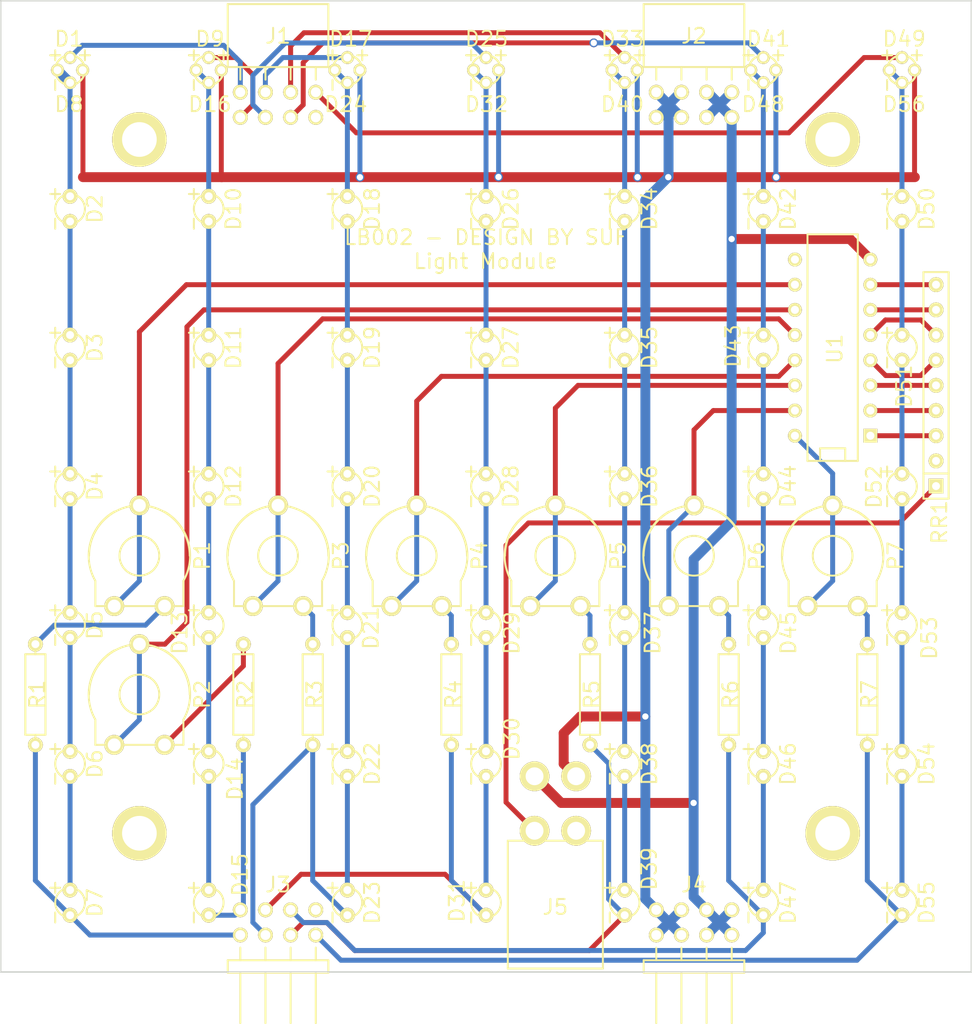
<source format=kicad_pcb>
(kicad_pcb (version 3) (host pcbnew "(2013-07-07 BZR 4022)-stable")

  (general
    (links 123)
    (no_connects 0)
    (area 49.924999 49.924999 148.075001 155.534)
    (thickness 1.6)
    (drawings 5)
    (tracks 271)
    (zones 0)
    (modules 81)
    (nets 81)
  )

  (page A3)
  (layers
    (15 F.Cu signal)
    (0 B.Cu signal)
    (16 B.Adhes user)
    (17 F.Adhes user)
    (18 B.Paste user)
    (19 F.Paste user)
    (20 B.SilkS user)
    (21 F.SilkS user)
    (22 B.Mask user)
    (23 F.Mask user)
    (24 Dwgs.User user)
    (25 Cmts.User user)
    (26 Eco1.User user)
    (27 Eco2.User user)
    (28 Edge.Cuts user)
  )

  (setup
    (last_trace_width 1)
    (user_trace_width 0.5)
    (user_trace_width 1)
    (user_trace_width 2)
    (trace_clearance 0.254)
    (zone_clearance 0.508)
    (zone_45_only no)
    (trace_min 0.254)
    (segment_width 0.2)
    (edge_width 0.15)
    (via_size 0.889)
    (via_drill 0.635)
    (via_min_size 0.889)
    (via_min_drill 0.508)
    (uvia_size 0.508)
    (uvia_drill 0.127)
    (uvias_allowed no)
    (uvia_min_size 0.508)
    (uvia_min_drill 0.127)
    (pcb_text_width 0.3)
    (pcb_text_size 1.5 1.5)
    (mod_edge_width 0.2)
    (mod_text_size 1.5 1.5)
    (mod_text_width 0.15)
    (pad_size 1.5 1.5)
    (pad_drill 0.8)
    (pad_to_mask_clearance 0.2)
    (aux_axis_origin 0 0)
    (visible_elements 7FFFFFFF)
    (pcbplotparams
      (layerselection 284196865)
      (usegerberextensions true)
      (excludeedgelayer true)
      (linewidth 0.150000)
      (plotframeref false)
      (viasonmask false)
      (mode 1)
      (useauxorigin false)
      (hpglpennumber 1)
      (hpglpenspeed 20)
      (hpglpendiameter 15)
      (hpglpenoverlay 2)
      (psnegative false)
      (psa4output false)
      (plotreference true)
      (plotvalue true)
      (plotothertext true)
      (plotinvisibletext false)
      (padsonsilk false)
      (subtractmaskfromsilk false)
      (outputformat 1)
      (mirror false)
      (drillshape 0)
      (scaleselection 1)
      (outputdirectory GERBER/))
  )

  (net 0 "")
  (net 1 +48V)
  (net 2 GND)
  (net 3 N-000001)
  (net 4 N-0000010)
  (net 5 N-0000011)
  (net 6 N-0000012)
  (net 7 N-0000013)
  (net 8 N-0000014)
  (net 9 N-0000015)
  (net 10 N-0000016)
  (net 11 N-0000017)
  (net 12 N-0000018)
  (net 13 N-0000019)
  (net 14 N-000002)
  (net 15 N-0000020)
  (net 16 N-0000021)
  (net 17 N-0000022)
  (net 18 N-0000023)
  (net 19 N-0000024)
  (net 20 N-0000025)
  (net 21 N-0000026)
  (net 22 N-0000027)
  (net 23 N-0000028)
  (net 24 N-0000029)
  (net 25 N-000003)
  (net 26 N-0000030)
  (net 27 N-0000031)
  (net 28 N-0000032)
  (net 29 N-0000033)
  (net 30 N-0000034)
  (net 31 N-0000035)
  (net 32 N-0000036)
  (net 33 N-0000037)
  (net 34 N-0000038)
  (net 35 N-0000039)
  (net 36 N-000004)
  (net 37 N-0000040)
  (net 38 N-0000041)
  (net 39 N-0000042)
  (net 40 N-0000043)
  (net 41 N-0000044)
  (net 42 N-0000045)
  (net 43 N-0000046)
  (net 44 N-0000047)
  (net 45 N-0000048)
  (net 46 N-0000049)
  (net 47 N-000005)
  (net 48 N-0000050)
  (net 49 N-0000051)
  (net 50 N-0000055)
  (net 51 N-0000057)
  (net 52 N-0000058)
  (net 53 N-0000059)
  (net 54 N-000006)
  (net 55 N-0000060)
  (net 56 N-0000061)
  (net 57 N-0000062)
  (net 58 N-0000063)
  (net 59 N-0000066)
  (net 60 N-0000067)
  (net 61 N-0000068)
  (net 62 N-0000069)
  (net 63 N-000007)
  (net 64 N-0000070)
  (net 65 N-0000071)
  (net 66 N-0000072)
  (net 67 N-0000073)
  (net 68 N-0000074)
  (net 69 N-0000075)
  (net 70 N-0000076)
  (net 71 N-0000077)
  (net 72 N-0000078)
  (net 73 N-0000079)
  (net 74 N-000008)
  (net 75 N-0000080)
  (net 76 N-0000081)
  (net 77 N-0000082)
  (net 78 N-0000083)
  (net 79 N-0000084)
  (net 80 N-000009)

  (net_class Default "This is the default net class."
    (clearance 0.254)
    (trace_width 0.254)
    (via_dia 0.889)
    (via_drill 0.635)
    (uvia_dia 0.508)
    (uvia_drill 0.127)
    (add_net "")
    (add_net +48V)
    (add_net GND)
    (add_net N-000001)
    (add_net N-0000010)
    (add_net N-0000011)
    (add_net N-0000012)
    (add_net N-0000013)
    (add_net N-0000014)
    (add_net N-0000015)
    (add_net N-0000016)
    (add_net N-0000017)
    (add_net N-0000018)
    (add_net N-0000019)
    (add_net N-000002)
    (add_net N-0000020)
    (add_net N-0000021)
    (add_net N-0000022)
    (add_net N-0000023)
    (add_net N-0000024)
    (add_net N-0000025)
    (add_net N-0000026)
    (add_net N-0000027)
    (add_net N-0000028)
    (add_net N-0000029)
    (add_net N-000003)
    (add_net N-0000030)
    (add_net N-0000031)
    (add_net N-0000032)
    (add_net N-0000033)
    (add_net N-0000034)
    (add_net N-0000035)
    (add_net N-0000036)
    (add_net N-0000037)
    (add_net N-0000038)
    (add_net N-0000039)
    (add_net N-000004)
    (add_net N-0000040)
    (add_net N-0000041)
    (add_net N-0000042)
    (add_net N-0000043)
    (add_net N-0000044)
    (add_net N-0000045)
    (add_net N-0000046)
    (add_net N-0000047)
    (add_net N-0000048)
    (add_net N-0000049)
    (add_net N-000005)
    (add_net N-0000050)
    (add_net N-0000051)
    (add_net N-0000055)
    (add_net N-0000057)
    (add_net N-0000058)
    (add_net N-0000059)
    (add_net N-000006)
    (add_net N-0000060)
    (add_net N-0000061)
    (add_net N-0000062)
    (add_net N-0000063)
    (add_net N-0000066)
    (add_net N-0000067)
    (add_net N-0000068)
    (add_net N-0000069)
    (add_net N-000007)
    (add_net N-0000070)
    (add_net N-0000071)
    (add_net N-0000072)
    (add_net N-0000073)
    (add_net N-0000074)
    (add_net N-0000075)
    (add_net N-0000076)
    (add_net N-0000077)
    (add_net N-0000078)
    (add_net N-0000079)
    (add_net N-000008)
    (add_net N-0000080)
    (add_net N-0000081)
    (add_net N-0000082)
    (add_net N-0000083)
    (add_net N-0000084)
    (add_net N-000009)
  )

  (module MNT_HOLE_3.5 (layer F.Cu) (tedit 4AAB215B) (tstamp 521163EE)
    (at 64 64)
    (fp_text reference MNT_HOLE_3.5 (at 0 -6.35) (layer F.SilkS) hide
      (effects (font (size 1.524 1.524) (thickness 0.3048)))
    )
    (fp_text value "" (at 0 0) (layer F.SilkS) hide
      (effects (font (size 1.524 1.524) (thickness 0.3048)))
    )
    (pad "" thru_hole circle (at 0 0) (size 5.4991 5.4991) (drill 3.50012)
      (layers *.Cu *.Mask F.SilkS)
    )
  )

  (module MNT_HOLE_3.5 (layer F.Cu) (tedit 4AAB215B) (tstamp 521163F7)
    (at 134 64)
    (fp_text reference MNT_HOLE_3.5 (at 0 -6.35) (layer F.SilkS) hide
      (effects (font (size 1.524 1.524) (thickness 0.3048)))
    )
    (fp_text value "" (at 0 0) (layer F.SilkS) hide
      (effects (font (size 1.524 1.524) (thickness 0.3048)))
    )
    (pad "" thru_hole circle (at 0 0) (size 5.4991 5.4991) (drill 3.50012)
      (layers *.Cu *.Mask F.SilkS)
    )
  )

  (module MNT_HOLE_3.5 (layer F.Cu) (tedit 4AAB215B) (tstamp 52116400)
    (at 64 134)
    (fp_text reference MNT_HOLE_3.5 (at 0 -6.35) (layer F.SilkS) hide
      (effects (font (size 1.524 1.524) (thickness 0.3048)))
    )
    (fp_text value "" (at 0 0) (layer F.SilkS) hide
      (effects (font (size 1.524 1.524) (thickness 0.3048)))
    )
    (pad "" thru_hole circle (at 0 0) (size 5.4991 5.4991) (drill 3.50012)
      (layers *.Cu *.Mask F.SilkS)
    )
  )

  (module MNT_HOLE_3.5 (layer F.Cu) (tedit 4AAB215B) (tstamp 52116409)
    (at 134 134)
    (fp_text reference MNT_HOLE_3.5 (at 0 -6.35) (layer F.SilkS) hide
      (effects (font (size 1.524 1.524) (thickness 0.3048)))
    )
    (fp_text value "" (at 0 0) (layer F.SilkS) hide
      (effects (font (size 1.524 1.524) (thickness 0.3048)))
    )
    (pad "" thru_hole circle (at 0 0) (size 5.4991 5.4991) (drill 3.50012)
      (layers *.Cu *.Mask F.SilkS)
    )
  )

  (module DIP-16__300 (layer F.Cu) (tedit 5211A25A) (tstamp 521164ED)
    (at 134 85 90)
    (descr "16 pins DIL package, round pads")
    (tags DIL)
    (path /520F8D07)
    (fp_text reference U1 (at -0.12 0.216 90) (layer F.SilkS)
      (effects (font (size 1.5 1.5) (thickness 0.2)))
    )
    (fp_text value ULN2003A (at 2.54 1.27 90) (layer F.SilkS) hide
      (effects (font (size 1.524 1.143) (thickness 0.28575)))
    )
    (fp_line (start -11.43 -1.27) (end -11.43 -1.27) (layer F.SilkS) (width 0.2))
    (fp_line (start -11.43 -1.27) (end -10.16 -1.27) (layer F.SilkS) (width 0.2))
    (fp_line (start -10.16 -1.27) (end -10.16 1.27) (layer F.SilkS) (width 0.2))
    (fp_line (start -10.16 1.27) (end -11.43 1.27) (layer F.SilkS) (width 0.2))
    (fp_line (start -11.43 -2.54) (end 11.43 -2.54) (layer F.SilkS) (width 0.2))
    (fp_line (start 11.43 -2.54) (end 11.43 2.54) (layer F.SilkS) (width 0.2))
    (fp_line (start 11.43 2.54) (end -11.43 2.54) (layer F.SilkS) (width 0.2))
    (fp_line (start -11.43 2.54) (end -11.43 -2.54) (layer F.SilkS) (width 0.2))
    (pad 1 thru_hole rect (at -8.89 3.81 90) (size 1.397 1.397) (drill 0.8128)
      (layers *.Cu *.Mask F.SilkS)
      (net 58 N-0000063)
    )
    (pad 2 thru_hole circle (at -6.35 3.81 90) (size 1.397 1.397) (drill 0.8128)
      (layers *.Cu *.Mask F.SilkS)
      (net 57 N-0000062)
    )
    (pad 3 thru_hole circle (at -3.81 3.81 90) (size 1.397 1.397) (drill 0.8128)
      (layers *.Cu *.Mask F.SilkS)
      (net 50 N-0000055)
    )
    (pad 4 thru_hole circle (at -1.27 3.81 90) (size 1.397 1.397) (drill 0.8128)
      (layers *.Cu *.Mask F.SilkS)
      (net 56 N-0000061)
    )
    (pad 5 thru_hole circle (at 1.27 3.81 90) (size 1.397 1.397) (drill 0.8128)
      (layers *.Cu *.Mask F.SilkS)
      (net 55 N-0000060)
    )
    (pad 6 thru_hole circle (at 3.81 3.81 90) (size 1.397 1.397) (drill 0.8128)
      (layers *.Cu *.Mask F.SilkS)
      (net 53 N-0000059)
    )
    (pad 7 thru_hole circle (at 6.35 3.81 90) (size 1.397 1.397) (drill 0.8128)
      (layers *.Cu *.Mask F.SilkS)
      (net 52 N-0000058)
    )
    (pad 8 thru_hole circle (at 8.89 3.81 90) (size 1.397 1.397) (drill 0.8128)
      (layers *.Cu *.Mask F.SilkS)
      (net 2 GND)
    )
    (pad 9 thru_hole circle (at 8.89 -3.81 90) (size 1.397 1.397) (drill 0.8128)
      (layers *.Cu *.Mask F.SilkS)
    )
    (pad 10 thru_hole circle (at 6.35 -3.81 90) (size 1.397 1.397) (drill 0.8128)
      (layers *.Cu *.Mask F.SilkS)
      (net 61 N-0000068)
    )
    (pad 11 thru_hole circle (at 3.81 -3.81 90) (size 1.397 1.397) (drill 0.8128)
      (layers *.Cu *.Mask F.SilkS)
      (net 72 N-0000078)
    )
    (pad 12 thru_hole circle (at 1.27 -3.81 90) (size 1.397 1.397) (drill 0.8128)
      (layers *.Cu *.Mask F.SilkS)
      (net 26 N-0000030)
    )
    (pad 13 thru_hole circle (at -1.27 -3.81 90) (size 1.397 1.397) (drill 0.8128)
      (layers *.Cu *.Mask F.SilkS)
      (net 4 N-0000010)
    )
    (pad 14 thru_hole circle (at -3.81 -3.81 90) (size 1.397 1.397) (drill 0.8128)
      (layers *.Cu *.Mask F.SilkS)
      (net 5 N-0000011)
    )
    (pad 15 thru_hole circle (at -6.35 -3.81 90) (size 1.397 1.397) (drill 0.8128)
      (layers *.Cu *.Mask F.SilkS)
      (net 6 N-0000012)
    )
    (pad 16 thru_hole circle (at -8.89 -3.81 90) (size 1.397 1.397) (drill 0.8128)
      (layers *.Cu *.Mask F.SilkS)
      (net 7 N-0000013)
    )
    (model dil/dil_16.wrl
      (at (xyz 0 0 0))
      (scale (xyz 1 1 1))
      (rotate (xyz 0 0 0))
    )
  )

  (module LED3-SMALL (layer F.Cu) (tedit 52119DB0) (tstamp 520FFB74)
    (at 71 57 270)
    (path /520F804A)
    (fp_text reference D9 (at -3.152 -0.12 360) (layer F.SilkS)
      (effects (font (size 1.5 1.5) (thickness 0.2)))
    )
    (fp_text value LED (at 0 3.1 270) (layer F.SilkS) hide
      (effects (font (size 1.5 1.5) (thickness 0.2)))
    )
    (fp_line (start 1 1.5) (end 2 1.5) (layer F.SilkS) (width 0.2))
    (fp_line (start -1.5 1) (end -1.5 2) (layer F.SilkS) (width 0.2))
    (fp_line (start -2 1.5) (end -1 1.5) (layer F.SilkS) (width 0.2))
    (fp_circle (center 0 0) (end -1.5 0) (layer F.SilkS) (width 0.2))
    (pad 1 thru_hole circle (at -1.27 0 270) (size 1.3 1.3) (drill 0.8)
      (layers *.Cu *.Mask F.SilkS)
      (net 33 N-0000037)
    )
    (pad 2 thru_hole circle (at 1.27 0 270) (size 1.3 1.3) (drill 0.8)
      (layers *.Cu *.Mask F.SilkS)
      (net 65 N-0000071)
    )
  )

  (module LED3-SMALL (layer F.Cu) (tedit 52119DA6) (tstamp 520FFB6A)
    (at 71 57 180)
    (path /520F8050)
    (fp_text reference D16 (at -0.12 -3.452 180) (layer F.SilkS)
      (effects (font (size 1.5 1.5) (thickness 0.2)))
    )
    (fp_text value LED (at 0 3.1 180) (layer F.SilkS) hide
      (effects (font (size 1.5 1.5) (thickness 0.2)))
    )
    (fp_line (start 1 1.5) (end 2 1.5) (layer F.SilkS) (width 0.2))
    (fp_line (start -1.5 1) (end -1.5 2) (layer F.SilkS) (width 0.2))
    (fp_line (start -2 1.5) (end -1 1.5) (layer F.SilkS) (width 0.2))
    (fp_circle (center 0 0) (end -1.5 0) (layer F.SilkS) (width 0.2))
    (pad 1 thru_hole circle (at -1.27 0 180) (size 1.3 1.3) (drill 0.8)
      (layers *.Cu *.Mask F.SilkS)
      (net 1 +48V)
    )
    (pad 2 thru_hole circle (at 1.27 0 180) (size 1.3 1.3) (drill 0.8)
      (layers *.Cu *.Mask F.SilkS)
      (net 65 N-0000071)
    )
  )

  (module LED3-SMALL (layer F.Cu) (tedit 52119D94) (tstamp 520FFB60)
    (at 57 57 180)
    (path /520F7D67)
    (fp_text reference D8 (at 0.104 -3.452 180) (layer F.SilkS)
      (effects (font (size 1.5 1.5) (thickness 0.2)))
    )
    (fp_text value LED (at 0 3.1 180) (layer F.SilkS) hide
      (effects (font (size 1.5 1.5) (thickness 0.2)))
    )
    (fp_line (start 1 1.5) (end 2 1.5) (layer F.SilkS) (width 0.2))
    (fp_line (start -1.5 1) (end -1.5 2) (layer F.SilkS) (width 0.2))
    (fp_line (start -2 1.5) (end -1 1.5) (layer F.SilkS) (width 0.2))
    (fp_circle (center 0 0) (end -1.5 0) (layer F.SilkS) (width 0.2))
    (pad 1 thru_hole circle (at -1.27 0 180) (size 1.3 1.3) (drill 0.8)
      (layers *.Cu *.Mask F.SilkS)
      (net 1 +48V)
    )
    (pad 2 thru_hole circle (at 1.27 0 180) (size 1.3 1.3) (drill 0.8)
      (layers *.Cu *.Mask F.SilkS)
      (net 70 N-0000076)
    )
  )

  (module LED3-SMALL (layer F.Cu) (tedit 52119DFD) (tstamp 520FFB56)
    (at 141 57 180)
    (path /520F81E5)
    (fp_text reference D56 (at -0.224 -3.452 180) (layer F.SilkS)
      (effects (font (size 1.5 1.5) (thickness 0.2)))
    )
    (fp_text value LED (at 0 3.1 180) (layer F.SilkS) hide
      (effects (font (size 1.5 1.5) (thickness 0.2)))
    )
    (fp_line (start 1 1.5) (end 2 1.5) (layer F.SilkS) (width 0.2))
    (fp_line (start -1.5 1) (end -1.5 2) (layer F.SilkS) (width 0.2))
    (fp_line (start -2 1.5) (end -1 1.5) (layer F.SilkS) (width 0.2))
    (fp_circle (center 0 0) (end -1.5 0) (layer F.SilkS) (width 0.2))
    (pad 1 thru_hole circle (at -1.27 0 180) (size 1.3 1.3) (drill 0.8)
      (layers *.Cu *.Mask F.SilkS)
      (net 1 +48V)
    )
    (pad 2 thru_hole circle (at 1.27 0 180) (size 1.3 1.3) (drill 0.8)
      (layers *.Cu *.Mask F.SilkS)
      (net 40 N-0000043)
    )
  )

  (module LED3-SMALL (layer F.Cu) (tedit 52119D9F) (tstamp 520FFB4C)
    (at 57 57 270)
    (path /520F7D4B)
    (fp_text reference D1 (at -3.152 0.104 360) (layer F.SilkS)
      (effects (font (size 1.5 1.5) (thickness 0.2)))
    )
    (fp_text value LED (at 0 3.1 270) (layer F.SilkS) hide
      (effects (font (size 1.5 1.5) (thickness 0.2)))
    )
    (fp_line (start 1 1.5) (end 2 1.5) (layer F.SilkS) (width 0.2))
    (fp_line (start -1.5 1) (end -1.5 2) (layer F.SilkS) (width 0.2))
    (fp_line (start -2 1.5) (end -1 1.5) (layer F.SilkS) (width 0.2))
    (fp_circle (center 0 0) (end -1.5 0) (layer F.SilkS) (width 0.2))
    (pad 1 thru_hole circle (at -1.27 0 270) (size 1.3 1.3) (drill 0.8)
      (layers *.Cu *.Mask F.SilkS)
      (net 49 N-0000051)
    )
    (pad 2 thru_hole circle (at 1.27 0 270) (size 1.3 1.3) (drill 0.8)
      (layers *.Cu *.Mask F.SilkS)
      (net 70 N-0000076)
    )
  )

  (module LED3-SMALL (layer F.Cu) (tedit 52119DEF) (tstamp 520FFB42)
    (at 127 57 180)
    (path /520F8194)
    (fp_text reference D48 (at 0 -3.452 180) (layer F.SilkS)
      (effects (font (size 1.5 1.5) (thickness 0.2)))
    )
    (fp_text value LED (at 0 3.1 180) (layer F.SilkS) hide
      (effects (font (size 1.5 1.5) (thickness 0.2)))
    )
    (fp_line (start 1 1.5) (end 2 1.5) (layer F.SilkS) (width 0.2))
    (fp_line (start -1.5 1) (end -1.5 2) (layer F.SilkS) (width 0.2))
    (fp_line (start -2 1.5) (end -1 1.5) (layer F.SilkS) (width 0.2))
    (fp_circle (center 0 0) (end -1.5 0) (layer F.SilkS) (width 0.2))
    (pad 1 thru_hole circle (at -1.27 0 180) (size 1.3 1.3) (drill 0.8)
      (layers *.Cu *.Mask F.SilkS)
      (net 1 +48V)
    )
    (pad 2 thru_hole circle (at 1.27 0 180) (size 1.3 1.3) (drill 0.8)
      (layers *.Cu *.Mask F.SilkS)
      (net 48 N-0000050)
    )
  )

  (module LED3-SMALL (layer F.Cu) (tedit 52119DF7) (tstamp 520FFB38)
    (at 127 57 270)
    (path /520F818E)
    (fp_text reference D41 (at -3.152 -0.508 360) (layer F.SilkS)
      (effects (font (size 1.5 1.5) (thickness 0.2)))
    )
    (fp_text value LED (at 0 3.1 270) (layer F.SilkS) hide
      (effects (font (size 1.5 1.5) (thickness 0.2)))
    )
    (fp_line (start 1 1.5) (end 2 1.5) (layer F.SilkS) (width 0.2))
    (fp_line (start -1.5 1) (end -1.5 2) (layer F.SilkS) (width 0.2))
    (fp_line (start -2 1.5) (end -1 1.5) (layer F.SilkS) (width 0.2))
    (fp_circle (center 0 0) (end -1.5 0) (layer F.SilkS) (width 0.2))
    (pad 1 thru_hole circle (at -1.27 0 270) (size 1.3 1.3) (drill 0.8)
      (layers *.Cu *.Mask F.SilkS)
      (net 63 N-000007)
    )
    (pad 2 thru_hole circle (at 1.27 0 270) (size 1.3 1.3) (drill 0.8)
      (layers *.Cu *.Mask F.SilkS)
      (net 48 N-0000050)
    )
  )

  (module LED3-SMALL (layer F.Cu) (tedit 52119DD1) (tstamp 520FFB2E)
    (at 113 57 180)
    (path /520F8143)
    (fp_text reference D40 (at 0.224 -3.452 180) (layer F.SilkS)
      (effects (font (size 1.5 1.5) (thickness 0.2)))
    )
    (fp_text value LED (at 0 3.1 180) (layer F.SilkS) hide
      (effects (font (size 1.5 1.5) (thickness 0.2)))
    )
    (fp_line (start 1 1.5) (end 2 1.5) (layer F.SilkS) (width 0.2))
    (fp_line (start -1.5 1) (end -1.5 2) (layer F.SilkS) (width 0.2))
    (fp_line (start -2 1.5) (end -1 1.5) (layer F.SilkS) (width 0.2))
    (fp_circle (center 0 0) (end -1.5 0) (layer F.SilkS) (width 0.2))
    (pad 1 thru_hole circle (at -1.27 0 180) (size 1.3 1.3) (drill 0.8)
      (layers *.Cu *.Mask F.SilkS)
      (net 1 +48V)
    )
    (pad 2 thru_hole circle (at 1.27 0 180) (size 1.3 1.3) (drill 0.8)
      (layers *.Cu *.Mask F.SilkS)
      (net 16 N-0000021)
    )
  )

  (module LED3-SMALL (layer F.Cu) (tedit 52119DDC) (tstamp 520FFB24)
    (at 113 57 270)
    (path /520F813D)
    (fp_text reference D33 (at -3.152 0.224 360) (layer F.SilkS)
      (effects (font (size 1.5 1.5) (thickness 0.2)))
    )
    (fp_text value LED (at 0 3.1 270) (layer F.SilkS) hide
      (effects (font (size 1.5 1.5) (thickness 0.2)))
    )
    (fp_line (start 1 1.5) (end 2 1.5) (layer F.SilkS) (width 0.2))
    (fp_line (start -1.5 1) (end -1.5 2) (layer F.SilkS) (width 0.2))
    (fp_line (start -2 1.5) (end -1 1.5) (layer F.SilkS) (width 0.2))
    (fp_circle (center 0 0) (end -1.5 0) (layer F.SilkS) (width 0.2))
    (pad 1 thru_hole circle (at -1.27 0 270) (size 1.3 1.3) (drill 0.8)
      (layers *.Cu *.Mask F.SilkS)
      (net 74 N-000008)
    )
    (pad 2 thru_hole circle (at 1.27 0 270) (size 1.3 1.3) (drill 0.8)
      (layers *.Cu *.Mask F.SilkS)
      (net 16 N-0000021)
    )
  )

  (module LED3-SMALL (layer F.Cu) (tedit 52119DC3) (tstamp 520FFB1A)
    (at 99 57 180)
    (path /520F80F2)
    (fp_text reference D32 (at -0.06 -3.452 180) (layer F.SilkS)
      (effects (font (size 1.5 1.5) (thickness 0.2)))
    )
    (fp_text value LED (at 0 3.1 180) (layer F.SilkS) hide
      (effects (font (size 1.5 1.5) (thickness 0.2)))
    )
    (fp_line (start 1 1.5) (end 2 1.5) (layer F.SilkS) (width 0.2))
    (fp_line (start -1.5 1) (end -1.5 2) (layer F.SilkS) (width 0.2))
    (fp_line (start -2 1.5) (end -1 1.5) (layer F.SilkS) (width 0.2))
    (fp_circle (center 0 0) (end -1.5 0) (layer F.SilkS) (width 0.2))
    (pad 1 thru_hole circle (at -1.27 0 180) (size 1.3 1.3) (drill 0.8)
      (layers *.Cu *.Mask F.SilkS)
      (net 1 +48V)
    )
    (pad 2 thru_hole circle (at 1.27 0 180) (size 1.3 1.3) (drill 0.8)
      (layers *.Cu *.Mask F.SilkS)
      (net 23 N-0000028)
    )
  )

  (module LED3-SMALL (layer F.Cu) (tedit 52119DCA) (tstamp 520FFB10)
    (at 99 57 270)
    (path /520F80EC)
    (fp_text reference D25 (at -3.152 -0.06 360) (layer F.SilkS)
      (effects (font (size 1.5 1.5) (thickness 0.2)))
    )
    (fp_text value LED (at 0 3.1 270) (layer F.SilkS) hide
      (effects (font (size 1.5 1.5) (thickness 0.2)))
    )
    (fp_line (start 1 1.5) (end 2 1.5) (layer F.SilkS) (width 0.2))
    (fp_line (start -1.5 1) (end -1.5 2) (layer F.SilkS) (width 0.2))
    (fp_line (start -2 1.5) (end -1 1.5) (layer F.SilkS) (width 0.2))
    (fp_circle (center 0 0) (end -1.5 0) (layer F.SilkS) (width 0.2))
    (pad 1 thru_hole circle (at -1.27 0 270) (size 1.3 1.3) (drill 0.8)
      (layers *.Cu *.Mask F.SilkS)
      (net 80 N-000009)
    )
    (pad 2 thru_hole circle (at 1.27 0 270) (size 1.3 1.3) (drill 0.8)
      (layers *.Cu *.Mask F.SilkS)
      (net 23 N-0000028)
    )
  )

  (module LED3-SMALL (layer F.Cu) (tedit 52119DB5) (tstamp 520FFB06)
    (at 85 57 180)
    (path /520F80A1)
    (fp_text reference D24 (at 0.164 -3.452 180) (layer F.SilkS)
      (effects (font (size 1.5 1.5) (thickness 0.2)))
    )
    (fp_text value LED (at 0 3.1 180) (layer F.SilkS) hide
      (effects (font (size 1.5 1.5) (thickness 0.2)))
    )
    (fp_line (start 1 1.5) (end 2 1.5) (layer F.SilkS) (width 0.2))
    (fp_line (start -1.5 1) (end -1.5 2) (layer F.SilkS) (width 0.2))
    (fp_line (start -2 1.5) (end -1 1.5) (layer F.SilkS) (width 0.2))
    (fp_circle (center 0 0) (end -1.5 0) (layer F.SilkS) (width 0.2))
    (pad 1 thru_hole circle (at -1.27 0 180) (size 1.3 1.3) (drill 0.8)
      (layers *.Cu *.Mask F.SilkS)
      (net 1 +48V)
    )
    (pad 2 thru_hole circle (at 1.27 0 180) (size 1.3 1.3) (drill 0.8)
      (layers *.Cu *.Mask F.SilkS)
      (net 71 N-0000077)
    )
  )

  (module LED3-SMALL (layer F.Cu) (tedit 52119DBD) (tstamp 520FFAFC)
    (at 85 57 270)
    (path /520F809B)
    (fp_text reference D17 (at -3.152 -0.344 360) (layer F.SilkS)
      (effects (font (size 1.5 1.5) (thickness 0.2)))
    )
    (fp_text value LED (at 0 3.1 270) (layer F.SilkS) hide
      (effects (font (size 1.5 1.5) (thickness 0.2)))
    )
    (fp_line (start 1 1.5) (end 2 1.5) (layer F.SilkS) (width 0.2))
    (fp_line (start -1.5 1) (end -1.5 2) (layer F.SilkS) (width 0.2))
    (fp_line (start -2 1.5) (end -1 1.5) (layer F.SilkS) (width 0.2))
    (fp_circle (center 0 0) (end -1.5 0) (layer F.SilkS) (width 0.2))
    (pad 1 thru_hole circle (at -1.27 0 270) (size 1.3 1.3) (drill 0.8)
      (layers *.Cu *.Mask F.SilkS)
      (net 32 N-0000036)
    )
    (pad 2 thru_hole circle (at 1.27 0 270) (size 1.3 1.3) (drill 0.8)
      (layers *.Cu *.Mask F.SilkS)
      (net 71 N-0000077)
    )
  )

  (module LED3-SMALL (layer F.Cu) (tedit 52119E07) (tstamp 520FFAF2)
    (at 141 57 270)
    (path /520F81DF)
    (fp_text reference D49 (at -3.152 -0.224 360) (layer F.SilkS)
      (effects (font (size 1.5 1.5) (thickness 0.2)))
    )
    (fp_text value LED (at 0 3.1 270) (layer F.SilkS) hide
      (effects (font (size 1.5 1.5) (thickness 0.2)))
    )
    (fp_line (start 1 1.5) (end 2 1.5) (layer F.SilkS) (width 0.2))
    (fp_line (start -1.5 1) (end -1.5 2) (layer F.SilkS) (width 0.2))
    (fp_line (start -2 1.5) (end -1 1.5) (layer F.SilkS) (width 0.2))
    (fp_circle (center 0 0) (end -1.5 0) (layer F.SilkS) (width 0.2))
    (pad 1 thru_hole circle (at -1.27 0 270) (size 1.3 1.3) (drill 0.8)
      (layers *.Cu *.Mask F.SilkS)
      (net 54 N-000006)
    )
    (pad 2 thru_hole circle (at 1.27 0 270) (size 1.3 1.3) (drill 0.8)
      (layers *.Cu *.Mask F.SilkS)
      (net 40 N-0000043)
    )
  )

  (module LED3 (layer F.Cu) (tedit 52119A71) (tstamp 520FFD18)
    (at 71 85 270)
    (path /520F805C)
    (fp_text reference D11 (at 0 -2.5 270) (layer F.SilkS)
      (effects (font (size 1.5 1.5) (thickness 0.2)))
    )
    (fp_text value LED (at 0 3 270) (layer F.SilkS) hide
      (effects (font (size 1.5 1.5) (thickness 0.2)))
    )
    (fp_line (start 1 1.5) (end 2 1.5) (layer F.SilkS) (width 0.2))
    (fp_line (start -1.5 1) (end -1.5 2) (layer F.SilkS) (width 0.2))
    (fp_line (start -2 1.5) (end -1 1.5) (layer F.SilkS) (width 0.2))
    (fp_circle (center 0 0) (end -1.5 0) (layer F.SilkS) (width 0.2))
    (pad 1 thru_hole circle (at -1.27 0 270) (size 1.5 1.5) (drill 0.8)
      (layers *.Cu *.Mask F.SilkS)
      (net 79 N-0000084)
    )
    (pad 2 thru_hole circle (at 1.27 0 270) (size 1.5 1.5) (drill 0.8)
      (layers *.Cu *.Mask F.SilkS)
      (net 78 N-0000083)
    )
  )

  (module LED3 (layer F.Cu) (tedit 52119A71) (tstamp 520FFD0E)
    (at 57 71 270)
    (path /520F7D77)
    (fp_text reference D2 (at 0 -2.5 270) (layer F.SilkS)
      (effects (font (size 1.5 1.5) (thickness 0.2)))
    )
    (fp_text value LED (at 0 3 270) (layer F.SilkS) hide
      (effects (font (size 1.5 1.5) (thickness 0.2)))
    )
    (fp_line (start 1 1.5) (end 2 1.5) (layer F.SilkS) (width 0.2))
    (fp_line (start -1.5 1) (end -1.5 2) (layer F.SilkS) (width 0.2))
    (fp_line (start -2 1.5) (end -1 1.5) (layer F.SilkS) (width 0.2))
    (fp_circle (center 0 0) (end -1.5 0) (layer F.SilkS) (width 0.2))
    (pad 1 thru_hole circle (at -1.27 0 270) (size 1.5 1.5) (drill 0.8)
      (layers *.Cu *.Mask F.SilkS)
      (net 70 N-0000076)
    )
    (pad 2 thru_hole circle (at 1.27 0 270) (size 1.5 1.5) (drill 0.8)
      (layers *.Cu *.Mask F.SilkS)
      (net 69 N-0000075)
    )
  )

  (module LED3 (layer F.Cu) (tedit 5211A22E) (tstamp 520FFD04)
    (at 99 141 270)
    (path /520F8116)
    (fp_text reference D31 (at -0.19 2.94 270) (layer F.SilkS)
      (effects (font (size 1.5 1.5) (thickness 0.2)))
    )
    (fp_text value LED (at 0 3 270) (layer F.SilkS) hide
      (effects (font (size 1.5 1.5) (thickness 0.2)))
    )
    (fp_line (start 1 1.5) (end 2 1.5) (layer F.SilkS) (width 0.2))
    (fp_line (start -1.5 1) (end -1.5 2) (layer F.SilkS) (width 0.2))
    (fp_line (start -2 1.5) (end -1 1.5) (layer F.SilkS) (width 0.2))
    (fp_circle (center 0 0) (end -1.5 0) (layer F.SilkS) (width 0.2))
    (pad 1 thru_hole circle (at -1.27 0 270) (size 1.5 1.5) (drill 0.8)
      (layers *.Cu *.Mask F.SilkS)
      (net 18 N-0000023)
    )
    (pad 2 thru_hole circle (at 1.27 0 270) (size 1.5 1.5) (drill 0.8)
      (layers *.Cu *.Mask F.SilkS)
      (net 36 N-000004)
    )
  )

  (module LED3 (layer F.Cu) (tedit 52119E66) (tstamp 520FFCFA)
    (at 99 127 270)
    (path /520F8110)
    (fp_text reference D30 (at -2.54 -2.6 270) (layer F.SilkS)
      (effects (font (size 1.5 1.5) (thickness 0.2)))
    )
    (fp_text value LED (at 0 3 270) (layer F.SilkS) hide
      (effects (font (size 1.5 1.5) (thickness 0.2)))
    )
    (fp_line (start 1 1.5) (end 2 1.5) (layer F.SilkS) (width 0.2))
    (fp_line (start -1.5 1) (end -1.5 2) (layer F.SilkS) (width 0.2))
    (fp_line (start -2 1.5) (end -1 1.5) (layer F.SilkS) (width 0.2))
    (fp_circle (center 0 0) (end -1.5 0) (layer F.SilkS) (width 0.2))
    (pad 1 thru_hole circle (at -1.27 0 270) (size 1.5 1.5) (drill 0.8)
      (layers *.Cu *.Mask F.SilkS)
      (net 19 N-0000024)
    )
    (pad 2 thru_hole circle (at 1.27 0 270) (size 1.5 1.5) (drill 0.8)
      (layers *.Cu *.Mask F.SilkS)
      (net 18 N-0000023)
    )
  )

  (module LED3 (layer F.Cu) (tedit 52119E33) (tstamp 520FFCF0)
    (at 99 113 270)
    (path /520F810A)
    (fp_text reference D29 (at 0.792 -2.6 270) (layer F.SilkS)
      (effects (font (size 1.5 1.5) (thickness 0.2)))
    )
    (fp_text value LED (at 0 3 270) (layer F.SilkS) hide
      (effects (font (size 1.5 1.5) (thickness 0.2)))
    )
    (fp_line (start 1 1.5) (end 2 1.5) (layer F.SilkS) (width 0.2))
    (fp_line (start -1.5 1) (end -1.5 2) (layer F.SilkS) (width 0.2))
    (fp_line (start -2 1.5) (end -1 1.5) (layer F.SilkS) (width 0.2))
    (fp_circle (center 0 0) (end -1.5 0) (layer F.SilkS) (width 0.2))
    (pad 1 thru_hole circle (at -1.27 0 270) (size 1.5 1.5) (drill 0.8)
      (layers *.Cu *.Mask F.SilkS)
      (net 9 N-0000015)
    )
    (pad 2 thru_hole circle (at 1.27 0 270) (size 1.5 1.5) (drill 0.8)
      (layers *.Cu *.Mask F.SilkS)
      (net 19 N-0000024)
    )
  )

  (module LED3 (layer F.Cu) (tedit 52119A71) (tstamp 520FFCE6)
    (at 99 99 270)
    (path /520F8104)
    (fp_text reference D28 (at 0 -2.5 270) (layer F.SilkS)
      (effects (font (size 1.5 1.5) (thickness 0.2)))
    )
    (fp_text value LED (at 0 3 270) (layer F.SilkS) hide
      (effects (font (size 1.5 1.5) (thickness 0.2)))
    )
    (fp_line (start 1 1.5) (end 2 1.5) (layer F.SilkS) (width 0.2))
    (fp_line (start -1.5 1) (end -1.5 2) (layer F.SilkS) (width 0.2))
    (fp_line (start -2 1.5) (end -1 1.5) (layer F.SilkS) (width 0.2))
    (fp_circle (center 0 0) (end -1.5 0) (layer F.SilkS) (width 0.2))
    (pad 1 thru_hole circle (at -1.27 0 270) (size 1.5 1.5) (drill 0.8)
      (layers *.Cu *.Mask F.SilkS)
      (net 21 N-0000026)
    )
    (pad 2 thru_hole circle (at 1.27 0 270) (size 1.5 1.5) (drill 0.8)
      (layers *.Cu *.Mask F.SilkS)
      (net 9 N-0000015)
    )
  )

  (module LED3 (layer F.Cu) (tedit 52119A71) (tstamp 520FFCDC)
    (at 99 85 270)
    (path /520F80FE)
    (fp_text reference D27 (at 0 -2.5 270) (layer F.SilkS)
      (effects (font (size 1.5 1.5) (thickness 0.2)))
    )
    (fp_text value LED (at 0 3 270) (layer F.SilkS) hide
      (effects (font (size 1.5 1.5) (thickness 0.2)))
    )
    (fp_line (start 1 1.5) (end 2 1.5) (layer F.SilkS) (width 0.2))
    (fp_line (start -1.5 1) (end -1.5 2) (layer F.SilkS) (width 0.2))
    (fp_line (start -2 1.5) (end -1 1.5) (layer F.SilkS) (width 0.2))
    (fp_circle (center 0 0) (end -1.5 0) (layer F.SilkS) (width 0.2))
    (pad 1 thru_hole circle (at -1.27 0 270) (size 1.5 1.5) (drill 0.8)
      (layers *.Cu *.Mask F.SilkS)
      (net 22 N-0000027)
    )
    (pad 2 thru_hole circle (at 1.27 0 270) (size 1.5 1.5) (drill 0.8)
      (layers *.Cu *.Mask F.SilkS)
      (net 21 N-0000026)
    )
  )

  (module LED3 (layer F.Cu) (tedit 52119A71) (tstamp 520FFCD2)
    (at 99 71 270)
    (path /520F80F8)
    (fp_text reference D26 (at 0 -2.5 270) (layer F.SilkS)
      (effects (font (size 1.5 1.5) (thickness 0.2)))
    )
    (fp_text value LED (at 0 3 270) (layer F.SilkS) hide
      (effects (font (size 1.5 1.5) (thickness 0.2)))
    )
    (fp_line (start 1 1.5) (end 2 1.5) (layer F.SilkS) (width 0.2))
    (fp_line (start -1.5 1) (end -1.5 2) (layer F.SilkS) (width 0.2))
    (fp_line (start -2 1.5) (end -1 1.5) (layer F.SilkS) (width 0.2))
    (fp_circle (center 0 0) (end -1.5 0) (layer F.SilkS) (width 0.2))
    (pad 1 thru_hole circle (at -1.27 0 270) (size 1.5 1.5) (drill 0.8)
      (layers *.Cu *.Mask F.SilkS)
      (net 23 N-0000028)
    )
    (pad 2 thru_hole circle (at 1.27 0 270) (size 1.5 1.5) (drill 0.8)
      (layers *.Cu *.Mask F.SilkS)
      (net 22 N-0000027)
    )
  )

  (module LED3 (layer F.Cu) (tedit 52119A71) (tstamp 520FFCC8)
    (at 71 99 270)
    (path /520F8062)
    (fp_text reference D12 (at 0 -2.5 270) (layer F.SilkS)
      (effects (font (size 1.5 1.5) (thickness 0.2)))
    )
    (fp_text value LED (at 0 3 270) (layer F.SilkS) hide
      (effects (font (size 1.5 1.5) (thickness 0.2)))
    )
    (fp_line (start 1 1.5) (end 2 1.5) (layer F.SilkS) (width 0.2))
    (fp_line (start -1.5 1) (end -1.5 2) (layer F.SilkS) (width 0.2))
    (fp_line (start -2 1.5) (end -1 1.5) (layer F.SilkS) (width 0.2))
    (fp_circle (center 0 0) (end -1.5 0) (layer F.SilkS) (width 0.2))
    (pad 1 thru_hole circle (at -1.27 0 270) (size 1.5 1.5) (drill 0.8)
      (layers *.Cu *.Mask F.SilkS)
      (net 78 N-0000083)
    )
    (pad 2 thru_hole circle (at 1.27 0 270) (size 1.5 1.5) (drill 0.8)
      (layers *.Cu *.Mask F.SilkS)
      (net 77 N-0000082)
    )
  )

  (module LED3 (layer F.Cu) (tedit 52119E25) (tstamp 520FFCBE)
    (at 71 113 270)
    (path /520F8068)
    (fp_text reference D13 (at 0.792 2.928 270) (layer F.SilkS)
      (effects (font (size 1.5 1.5) (thickness 0.2)))
    )
    (fp_text value LED (at 0 3 270) (layer F.SilkS) hide
      (effects (font (size 1.5 1.5) (thickness 0.2)))
    )
    (fp_line (start 1 1.5) (end 2 1.5) (layer F.SilkS) (width 0.2))
    (fp_line (start -1.5 1) (end -1.5 2) (layer F.SilkS) (width 0.2))
    (fp_line (start -2 1.5) (end -1 1.5) (layer F.SilkS) (width 0.2))
    (fp_circle (center 0 0) (end -1.5 0) (layer F.SilkS) (width 0.2))
    (pad 1 thru_hole circle (at -1.27 0 270) (size 1.5 1.5) (drill 0.8)
      (layers *.Cu *.Mask F.SilkS)
      (net 77 N-0000082)
    )
    (pad 2 thru_hole circle (at 1.27 0 270) (size 1.5 1.5) (drill 0.8)
      (layers *.Cu *.Mask F.SilkS)
      (net 76 N-0000081)
    )
  )

  (module LED3 (layer F.Cu) (tedit 52119A71) (tstamp 520FFCB4)
    (at 141 127 270)
    (path /520F8203)
    (fp_text reference D54 (at 0 -2.5 270) (layer F.SilkS)
      (effects (font (size 1.5 1.5) (thickness 0.2)))
    )
    (fp_text value LED (at 0 3 270) (layer F.SilkS) hide
      (effects (font (size 1.5 1.5) (thickness 0.2)))
    )
    (fp_line (start 1 1.5) (end 2 1.5) (layer F.SilkS) (width 0.2))
    (fp_line (start -1.5 1) (end -1.5 2) (layer F.SilkS) (width 0.2))
    (fp_line (start -2 1.5) (end -1 1.5) (layer F.SilkS) (width 0.2))
    (fp_circle (center 0 0) (end -1.5 0) (layer F.SilkS) (width 0.2))
    (pad 1 thru_hole circle (at -1.27 0 270) (size 1.5 1.5) (drill 0.8)
      (layers *.Cu *.Mask F.SilkS)
      (net 37 N-0000040)
    )
    (pad 2 thru_hole circle (at 1.27 0 270) (size 1.5 1.5) (drill 0.8)
      (layers *.Cu *.Mask F.SilkS)
      (net 35 N-0000039)
    )
  )

  (module LED3 (layer F.Cu) (tedit 52119A71) (tstamp 520FFCAA)
    (at 141 141 270)
    (path /520F8209)
    (fp_text reference D55 (at 0 -2.5 270) (layer F.SilkS)
      (effects (font (size 1.5 1.5) (thickness 0.2)))
    )
    (fp_text value LED (at 0 3 270) (layer F.SilkS) hide
      (effects (font (size 1.5 1.5) (thickness 0.2)))
    )
    (fp_line (start 1 1.5) (end 2 1.5) (layer F.SilkS) (width 0.2))
    (fp_line (start -1.5 1) (end -1.5 2) (layer F.SilkS) (width 0.2))
    (fp_line (start -2 1.5) (end -1 1.5) (layer F.SilkS) (width 0.2))
    (fp_circle (center 0 0) (end -1.5 0) (layer F.SilkS) (width 0.2))
    (pad 1 thru_hole circle (at -1.27 0 270) (size 1.5 1.5) (drill 0.8)
      (layers *.Cu *.Mask F.SilkS)
      (net 35 N-0000039)
    )
    (pad 2 thru_hole circle (at 1.27 0 270) (size 1.5 1.5) (drill 0.8)
      (layers *.Cu *.Mask F.SilkS)
      (net 8 N-0000014)
    )
  )

  (module LED3 (layer F.Cu) (tedit 52119A71) (tstamp 520FFCA0)
    (at 85 141 270)
    (path /520F80C5)
    (fp_text reference D23 (at 0 -2.5 270) (layer F.SilkS)
      (effects (font (size 1.5 1.5) (thickness 0.2)))
    )
    (fp_text value LED (at 0 3 270) (layer F.SilkS) hide
      (effects (font (size 1.5 1.5) (thickness 0.2)))
    )
    (fp_line (start 1 1.5) (end 2 1.5) (layer F.SilkS) (width 0.2))
    (fp_line (start -1.5 1) (end -1.5 2) (layer F.SilkS) (width 0.2))
    (fp_line (start -2 1.5) (end -1 1.5) (layer F.SilkS) (width 0.2))
    (fp_circle (center 0 0) (end -1.5 0) (layer F.SilkS) (width 0.2))
    (pad 1 thru_hole circle (at -1.27 0 270) (size 1.5 1.5) (drill 0.8)
      (layers *.Cu *.Mask F.SilkS)
      (net 27 N-0000031)
    )
    (pad 2 thru_hole circle (at 1.27 0 270) (size 1.5 1.5) (drill 0.8)
      (layers *.Cu *.Mask F.SilkS)
      (net 47 N-000005)
    )
  )

  (module LED3 (layer F.Cu) (tedit 52119A71) (tstamp 520FFC96)
    (at 85 127 270)
    (path /520F80BF)
    (fp_text reference D22 (at 0 -2.5 270) (layer F.SilkS)
      (effects (font (size 1.5 1.5) (thickness 0.2)))
    )
    (fp_text value LED (at 0 3 270) (layer F.SilkS) hide
      (effects (font (size 1.5 1.5) (thickness 0.2)))
    )
    (fp_line (start 1 1.5) (end 2 1.5) (layer F.SilkS) (width 0.2))
    (fp_line (start -1.5 1) (end -1.5 2) (layer F.SilkS) (width 0.2))
    (fp_line (start -2 1.5) (end -1 1.5) (layer F.SilkS) (width 0.2))
    (fp_circle (center 0 0) (end -1.5 0) (layer F.SilkS) (width 0.2))
    (pad 1 thru_hole circle (at -1.27 0 270) (size 1.5 1.5) (drill 0.8)
      (layers *.Cu *.Mask F.SilkS)
      (net 28 N-0000032)
    )
    (pad 2 thru_hole circle (at 1.27 0 270) (size 1.5 1.5) (drill 0.8)
      (layers *.Cu *.Mask F.SilkS)
      (net 27 N-0000031)
    )
  )

  (module LED3 (layer F.Cu) (tedit 52119E2F) (tstamp 520FFC8C)
    (at 85 113 270)
    (path /520F80B9)
    (fp_text reference D21 (at 0.284 -2.376 270) (layer F.SilkS)
      (effects (font (size 1.5 1.5) (thickness 0.2)))
    )
    (fp_text value LED (at 0 3 270) (layer F.SilkS) hide
      (effects (font (size 1.5 1.5) (thickness 0.2)))
    )
    (fp_line (start 1 1.5) (end 2 1.5) (layer F.SilkS) (width 0.2))
    (fp_line (start -1.5 1) (end -1.5 2) (layer F.SilkS) (width 0.2))
    (fp_line (start -2 1.5) (end -1 1.5) (layer F.SilkS) (width 0.2))
    (fp_circle (center 0 0) (end -1.5 0) (layer F.SilkS) (width 0.2))
    (pad 1 thru_hole circle (at -1.27 0 270) (size 1.5 1.5) (drill 0.8)
      (layers *.Cu *.Mask F.SilkS)
      (net 29 N-0000033)
    )
    (pad 2 thru_hole circle (at 1.27 0 270) (size 1.5 1.5) (drill 0.8)
      (layers *.Cu *.Mask F.SilkS)
      (net 28 N-0000032)
    )
  )

  (module LED3 (layer F.Cu) (tedit 52119A71) (tstamp 520FFC82)
    (at 85 99 270)
    (path /520F80B3)
    (fp_text reference D20 (at 0 -2.5 270) (layer F.SilkS)
      (effects (font (size 1.5 1.5) (thickness 0.2)))
    )
    (fp_text value LED (at 0 3 270) (layer F.SilkS) hide
      (effects (font (size 1.5 1.5) (thickness 0.2)))
    )
    (fp_line (start 1 1.5) (end 2 1.5) (layer F.SilkS) (width 0.2))
    (fp_line (start -1.5 1) (end -1.5 2) (layer F.SilkS) (width 0.2))
    (fp_line (start -2 1.5) (end -1 1.5) (layer F.SilkS) (width 0.2))
    (fp_circle (center 0 0) (end -1.5 0) (layer F.SilkS) (width 0.2))
    (pad 1 thru_hole circle (at -1.27 0 270) (size 1.5 1.5) (drill 0.8)
      (layers *.Cu *.Mask F.SilkS)
      (net 30 N-0000034)
    )
    (pad 2 thru_hole circle (at 1.27 0 270) (size 1.5 1.5) (drill 0.8)
      (layers *.Cu *.Mask F.SilkS)
      (net 29 N-0000033)
    )
  )

  (module LED3 (layer F.Cu) (tedit 52119A71) (tstamp 520FFC78)
    (at 85 85 270)
    (path /520F80AD)
    (fp_text reference D19 (at 0 -2.5 270) (layer F.SilkS)
      (effects (font (size 1.5 1.5) (thickness 0.2)))
    )
    (fp_text value LED (at 0 3 270) (layer F.SilkS) hide
      (effects (font (size 1.5 1.5) (thickness 0.2)))
    )
    (fp_line (start 1 1.5) (end 2 1.5) (layer F.SilkS) (width 0.2))
    (fp_line (start -1.5 1) (end -1.5 2) (layer F.SilkS) (width 0.2))
    (fp_line (start -2 1.5) (end -1 1.5) (layer F.SilkS) (width 0.2))
    (fp_circle (center 0 0) (end -1.5 0) (layer F.SilkS) (width 0.2))
    (pad 1 thru_hole circle (at -1.27 0 270) (size 1.5 1.5) (drill 0.8)
      (layers *.Cu *.Mask F.SilkS)
      (net 60 N-0000067)
    )
    (pad 2 thru_hole circle (at 1.27 0 270) (size 1.5 1.5) (drill 0.8)
      (layers *.Cu *.Mask F.SilkS)
      (net 30 N-0000034)
    )
  )

  (module LED3 (layer F.Cu) (tedit 52119A71) (tstamp 520FFC6E)
    (at 85 71 270)
    (path /520F80A7)
    (fp_text reference D18 (at 0 -2.5 270) (layer F.SilkS)
      (effects (font (size 1.5 1.5) (thickness 0.2)))
    )
    (fp_text value LED (at 0 3 270) (layer F.SilkS) hide
      (effects (font (size 1.5 1.5) (thickness 0.2)))
    )
    (fp_line (start 1 1.5) (end 2 1.5) (layer F.SilkS) (width 0.2))
    (fp_line (start -1.5 1) (end -1.5 2) (layer F.SilkS) (width 0.2))
    (fp_line (start -2 1.5) (end -1 1.5) (layer F.SilkS) (width 0.2))
    (fp_circle (center 0 0) (end -1.5 0) (layer F.SilkS) (width 0.2))
    (pad 1 thru_hole circle (at -1.27 0 270) (size 1.5 1.5) (drill 0.8)
      (layers *.Cu *.Mask F.SilkS)
      (net 71 N-0000077)
    )
    (pad 2 thru_hole circle (at 1.27 0 270) (size 1.5 1.5) (drill 0.8)
      (layers *.Cu *.Mask F.SilkS)
      (net 60 N-0000067)
    )
  )

  (module LED3 (layer F.Cu) (tedit 52119E5C) (tstamp 520FFC64)
    (at 71 127 270)
    (path /520F806E)
    (fp_text reference D14 (at 1.524 -2.66 270) (layer F.SilkS)
      (effects (font (size 1.5 1.5) (thickness 0.2)))
    )
    (fp_text value LED (at 0 3 270) (layer F.SilkS) hide
      (effects (font (size 1.5 1.5) (thickness 0.2)))
    )
    (fp_line (start 1 1.5) (end 2 1.5) (layer F.SilkS) (width 0.2))
    (fp_line (start -1.5 1) (end -1.5 2) (layer F.SilkS) (width 0.2))
    (fp_line (start -2 1.5) (end -1 1.5) (layer F.SilkS) (width 0.2))
    (fp_circle (center 0 0) (end -1.5 0) (layer F.SilkS) (width 0.2))
    (pad 1 thru_hole circle (at -1.27 0 270) (size 1.5 1.5) (drill 0.8)
      (layers *.Cu *.Mask F.SilkS)
      (net 76 N-0000081)
    )
    (pad 2 thru_hole circle (at 1.27 0 270) (size 1.5 1.5) (drill 0.8)
      (layers *.Cu *.Mask F.SilkS)
      (net 75 N-0000080)
    )
  )

  (module LED3 (layer F.Cu) (tedit 52119E74) (tstamp 520FFC5A)
    (at 71 141 270)
    (path /520F8074)
    (fp_text reference D15 (at -2.824 -3.168 270) (layer F.SilkS)
      (effects (font (size 1.5 1.5) (thickness 0.2)))
    )
    (fp_text value LED (at 0 3 270) (layer F.SilkS) hide
      (effects (font (size 1.5 1.5) (thickness 0.2)))
    )
    (fp_line (start 1 1.5) (end 2 1.5) (layer F.SilkS) (width 0.2))
    (fp_line (start -1.5 1) (end -1.5 2) (layer F.SilkS) (width 0.2))
    (fp_line (start -2 1.5) (end -1 1.5) (layer F.SilkS) (width 0.2))
    (fp_circle (center 0 0) (end -1.5 0) (layer F.SilkS) (width 0.2))
    (pad 1 thru_hole circle (at -1.27 0 270) (size 1.5 1.5) (drill 0.8)
      (layers *.Cu *.Mask F.SilkS)
      (net 75 N-0000080)
    )
    (pad 2 thru_hole circle (at 1.27 0 270) (size 1.5 1.5) (drill 0.8)
      (layers *.Cu *.Mask F.SilkS)
      (net 3 N-000001)
    )
  )

  (module LED3 (layer F.Cu) (tedit 52119A71) (tstamp 520FFC50)
    (at 113 71 270)
    (path /520F8149)
    (fp_text reference D34 (at 0 -2.5 270) (layer F.SilkS)
      (effects (font (size 1.5 1.5) (thickness 0.2)))
    )
    (fp_text value LED (at 0 3 270) (layer F.SilkS) hide
      (effects (font (size 1.5 1.5) (thickness 0.2)))
    )
    (fp_line (start 1 1.5) (end 2 1.5) (layer F.SilkS) (width 0.2))
    (fp_line (start -1.5 1) (end -1.5 2) (layer F.SilkS) (width 0.2))
    (fp_line (start -2 1.5) (end -1 1.5) (layer F.SilkS) (width 0.2))
    (fp_circle (center 0 0) (end -1.5 0) (layer F.SilkS) (width 0.2))
    (pad 1 thru_hole circle (at -1.27 0 270) (size 1.5 1.5) (drill 0.8)
      (layers *.Cu *.Mask F.SilkS)
      (net 16 N-0000021)
    )
    (pad 2 thru_hole circle (at 1.27 0 270) (size 1.5 1.5) (drill 0.8)
      (layers *.Cu *.Mask F.SilkS)
      (net 15 N-0000020)
    )
  )

  (module LED3 (layer F.Cu) (tedit 52119B7F) (tstamp 520FFC46)
    (at 141 99 270)
    (path /520F81F7)
    (fp_text reference D52 (at 0.06 2.824 270) (layer F.SilkS)
      (effects (font (size 1.5 1.5) (thickness 0.2)))
    )
    (fp_text value LED (at 0 3 270) (layer F.SilkS) hide
      (effects (font (size 1.5 1.5) (thickness 0.2)))
    )
    (fp_line (start 1 1.5) (end 2 1.5) (layer F.SilkS) (width 0.2))
    (fp_line (start -1.5 1) (end -1.5 2) (layer F.SilkS) (width 0.2))
    (fp_line (start -2 1.5) (end -1 1.5) (layer F.SilkS) (width 0.2))
    (fp_circle (center 0 0) (end -1.5 0) (layer F.SilkS) (width 0.2))
    (pad 1 thru_hole circle (at -1.27 0 270) (size 1.5 1.5) (drill 0.8)
      (layers *.Cu *.Mask F.SilkS)
      (net 31 N-0000035)
    )
    (pad 2 thru_hole circle (at 1.27 0 270) (size 1.5 1.5) (drill 0.8)
      (layers *.Cu *.Mask F.SilkS)
      (net 38 N-0000041)
    )
  )

  (module LED3 (layer F.Cu) (tedit 52119B73) (tstamp 520FFC3C)
    (at 141 85 270)
    (path /520F81F1)
    (fp_text reference D51 (at 3.9 -0.224 270) (layer F.SilkS)
      (effects (font (size 1.5 1.5) (thickness 0.2)))
    )
    (fp_text value LED (at 0 3 270) (layer F.SilkS) hide
      (effects (font (size 1.5 1.5) (thickness 0.2)))
    )
    (fp_line (start 1 1.5) (end 2 1.5) (layer F.SilkS) (width 0.2))
    (fp_line (start -1.5 1) (end -1.5 2) (layer F.SilkS) (width 0.2))
    (fp_line (start -2 1.5) (end -1 1.5) (layer F.SilkS) (width 0.2))
    (fp_circle (center 0 0) (end -1.5 0) (layer F.SilkS) (width 0.2))
    (pad 1 thru_hole circle (at -1.27 0 270) (size 1.5 1.5) (drill 0.8)
      (layers *.Cu *.Mask F.SilkS)
      (net 39 N-0000042)
    )
    (pad 2 thru_hole circle (at 1.27 0 270) (size 1.5 1.5) (drill 0.8)
      (layers *.Cu *.Mask F.SilkS)
      (net 31 N-0000035)
    )
  )

  (module LED3 (layer F.Cu) (tedit 52119A71) (tstamp 520FFC32)
    (at 141 71 270)
    (path /520F81EB)
    (fp_text reference D50 (at 0 -2.5 270) (layer F.SilkS)
      (effects (font (size 1.5 1.5) (thickness 0.2)))
    )
    (fp_text value LED (at 0 3 270) (layer F.SilkS) hide
      (effects (font (size 1.5 1.5) (thickness 0.2)))
    )
    (fp_line (start 1 1.5) (end 2 1.5) (layer F.SilkS) (width 0.2))
    (fp_line (start -1.5 1) (end -1.5 2) (layer F.SilkS) (width 0.2))
    (fp_line (start -2 1.5) (end -1 1.5) (layer F.SilkS) (width 0.2))
    (fp_circle (center 0 0) (end -1.5 0) (layer F.SilkS) (width 0.2))
    (pad 1 thru_hole circle (at -1.27 0 270) (size 1.5 1.5) (drill 0.8)
      (layers *.Cu *.Mask F.SilkS)
      (net 40 N-0000043)
    )
    (pad 2 thru_hole circle (at 1.27 0 270) (size 1.5 1.5) (drill 0.8)
      (layers *.Cu *.Mask F.SilkS)
      (net 39 N-0000042)
    )
  )

  (module LED3 (layer F.Cu) (tedit 52119E42) (tstamp 520FFC28)
    (at 141 113 270)
    (path /520F81FD)
    (fp_text reference D53 (at 1.3 -2.764 270) (layer F.SilkS)
      (effects (font (size 1.5 1.5) (thickness 0.2)))
    )
    (fp_text value LED (at 0 3 270) (layer F.SilkS) hide
      (effects (font (size 1.5 1.5) (thickness 0.2)))
    )
    (fp_line (start 1 1.5) (end 2 1.5) (layer F.SilkS) (width 0.2))
    (fp_line (start -1.5 1) (end -1.5 2) (layer F.SilkS) (width 0.2))
    (fp_line (start -2 1.5) (end -1 1.5) (layer F.SilkS) (width 0.2))
    (fp_circle (center 0 0) (end -1.5 0) (layer F.SilkS) (width 0.2))
    (pad 1 thru_hole circle (at -1.27 0 270) (size 1.5 1.5) (drill 0.8)
      (layers *.Cu *.Mask F.SilkS)
      (net 38 N-0000041)
    )
    (pad 2 thru_hole circle (at 1.27 0 270) (size 1.5 1.5) (drill 0.8)
      (layers *.Cu *.Mask F.SilkS)
      (net 37 N-0000040)
    )
  )

  (module LED3 (layer F.Cu) (tedit 52119A71) (tstamp 520FFC1E)
    (at 57 141 270)
    (path /520F7DBC)
    (fp_text reference D7 (at 0 -2.5 270) (layer F.SilkS)
      (effects (font (size 1.5 1.5) (thickness 0.2)))
    )
    (fp_text value LED (at 0 3 270) (layer F.SilkS) hide
      (effects (font (size 1.5 1.5) (thickness 0.2)))
    )
    (fp_line (start 1 1.5) (end 2 1.5) (layer F.SilkS) (width 0.2))
    (fp_line (start -1.5 1) (end -1.5 2) (layer F.SilkS) (width 0.2))
    (fp_line (start -2 1.5) (end -1 1.5) (layer F.SilkS) (width 0.2))
    (fp_circle (center 0 0) (end -1.5 0) (layer F.SilkS) (width 0.2))
    (pad 1 thru_hole circle (at -1.27 0 270) (size 1.5 1.5) (drill 0.8)
      (layers *.Cu *.Mask F.SilkS)
      (net 64 N-0000070)
    )
    (pad 2 thru_hole circle (at 1.27 0 270) (size 1.5 1.5) (drill 0.8)
      (layers *.Cu *.Mask F.SilkS)
      (net 59 N-0000066)
    )
  )

  (module LED3 (layer F.Cu) (tedit 52119A71) (tstamp 520FFC14)
    (at 57 127 270)
    (path /520F7DB6)
    (fp_text reference D6 (at 0 -2.5 270) (layer F.SilkS)
      (effects (font (size 1.5 1.5) (thickness 0.2)))
    )
    (fp_text value LED (at 0 3 270) (layer F.SilkS) hide
      (effects (font (size 1.5 1.5) (thickness 0.2)))
    )
    (fp_line (start 1 1.5) (end 2 1.5) (layer F.SilkS) (width 0.2))
    (fp_line (start -1.5 1) (end -1.5 2) (layer F.SilkS) (width 0.2))
    (fp_line (start -2 1.5) (end -1 1.5) (layer F.SilkS) (width 0.2))
    (fp_circle (center 0 0) (end -1.5 0) (layer F.SilkS) (width 0.2))
    (pad 1 thru_hole circle (at -1.27 0 270) (size 1.5 1.5) (drill 0.8)
      (layers *.Cu *.Mask F.SilkS)
      (net 66 N-0000072)
    )
    (pad 2 thru_hole circle (at 1.27 0 270) (size 1.5 1.5) (drill 0.8)
      (layers *.Cu *.Mask F.SilkS)
      (net 64 N-0000070)
    )
  )

  (module LED3 (layer F.Cu) (tedit 52119A71) (tstamp 520FFC0A)
    (at 57 113 270)
    (path /520F7DB0)
    (fp_text reference D5 (at 0 -2.5 270) (layer F.SilkS)
      (effects (font (size 1.5 1.5) (thickness 0.2)))
    )
    (fp_text value LED (at 0 3 270) (layer F.SilkS) hide
      (effects (font (size 1.5 1.5) (thickness 0.2)))
    )
    (fp_line (start 1 1.5) (end 2 1.5) (layer F.SilkS) (width 0.2))
    (fp_line (start -1.5 1) (end -1.5 2) (layer F.SilkS) (width 0.2))
    (fp_line (start -2 1.5) (end -1 1.5) (layer F.SilkS) (width 0.2))
    (fp_circle (center 0 0) (end -1.5 0) (layer F.SilkS) (width 0.2))
    (pad 1 thru_hole circle (at -1.27 0 270) (size 1.5 1.5) (drill 0.8)
      (layers *.Cu *.Mask F.SilkS)
      (net 67 N-0000073)
    )
    (pad 2 thru_hole circle (at 1.27 0 270) (size 1.5 1.5) (drill 0.8)
      (layers *.Cu *.Mask F.SilkS)
      (net 66 N-0000072)
    )
  )

  (module LED3 (layer F.Cu) (tedit 52119A71) (tstamp 520FFC00)
    (at 127 141 270)
    (path /520F81B8)
    (fp_text reference D47 (at 0 -2.5 270) (layer F.SilkS)
      (effects (font (size 1.5 1.5) (thickness 0.2)))
    )
    (fp_text value LED (at 0 3 270) (layer F.SilkS) hide
      (effects (font (size 1.5 1.5) (thickness 0.2)))
    )
    (fp_line (start 1 1.5) (end 2 1.5) (layer F.SilkS) (width 0.2))
    (fp_line (start -1.5 1) (end -1.5 2) (layer F.SilkS) (width 0.2))
    (fp_line (start -2 1.5) (end -1 1.5) (layer F.SilkS) (width 0.2))
    (fp_circle (center 0 0) (end -1.5 0) (layer F.SilkS) (width 0.2))
    (pad 1 thru_hole circle (at -1.27 0 270) (size 1.5 1.5) (drill 0.8)
      (layers *.Cu *.Mask F.SilkS)
      (net 42 N-0000045)
    )
    (pad 2 thru_hole circle (at 1.27 0 270) (size 1.5 1.5) (drill 0.8)
      (layers *.Cu *.Mask F.SilkS)
      (net 14 N-000002)
    )
  )

  (module LED3 (layer F.Cu) (tedit 52119A71) (tstamp 520FFBF6)
    (at 127 127 270)
    (path /520F81B2)
    (fp_text reference D46 (at 0 -2.5 270) (layer F.SilkS)
      (effects (font (size 1.5 1.5) (thickness 0.2)))
    )
    (fp_text value LED (at 0 3 270) (layer F.SilkS) hide
      (effects (font (size 1.5 1.5) (thickness 0.2)))
    )
    (fp_line (start 1 1.5) (end 2 1.5) (layer F.SilkS) (width 0.2))
    (fp_line (start -1.5 1) (end -1.5 2) (layer F.SilkS) (width 0.2))
    (fp_line (start -2 1.5) (end -1 1.5) (layer F.SilkS) (width 0.2))
    (fp_circle (center 0 0) (end -1.5 0) (layer F.SilkS) (width 0.2))
    (pad 1 thru_hole circle (at -1.27 0 270) (size 1.5 1.5) (drill 0.8)
      (layers *.Cu *.Mask F.SilkS)
      (net 43 N-0000046)
    )
    (pad 2 thru_hole circle (at 1.27 0 270) (size 1.5 1.5) (drill 0.8)
      (layers *.Cu *.Mask F.SilkS)
      (net 42 N-0000045)
    )
  )

  (module LED3 (layer F.Cu) (tedit 52119E3E) (tstamp 520FFBEC)
    (at 127 113 270)
    (path /520F81AC)
    (fp_text reference D45 (at 0.792 -2.54 270) (layer F.SilkS)
      (effects (font (size 1.5 1.5) (thickness 0.2)))
    )
    (fp_text value LED (at 0 3 270) (layer F.SilkS) hide
      (effects (font (size 1.5 1.5) (thickness 0.2)))
    )
    (fp_line (start 1 1.5) (end 2 1.5) (layer F.SilkS) (width 0.2))
    (fp_line (start -1.5 1) (end -1.5 2) (layer F.SilkS) (width 0.2))
    (fp_line (start -2 1.5) (end -1 1.5) (layer F.SilkS) (width 0.2))
    (fp_circle (center 0 0) (end -1.5 0) (layer F.SilkS) (width 0.2))
    (pad 1 thru_hole circle (at -1.27 0 270) (size 1.5 1.5) (drill 0.8)
      (layers *.Cu *.Mask F.SilkS)
      (net 44 N-0000047)
    )
    (pad 2 thru_hole circle (at 1.27 0 270) (size 1.5 1.5) (drill 0.8)
      (layers *.Cu *.Mask F.SilkS)
      (net 43 N-0000046)
    )
  )

  (module LED3 (layer F.Cu) (tedit 52119A71) (tstamp 520FFBE2)
    (at 127 99 270)
    (path /520F81A6)
    (fp_text reference D44 (at 0 -2.5 270) (layer F.SilkS)
      (effects (font (size 1.5 1.5) (thickness 0.2)))
    )
    (fp_text value LED (at 0 3 270) (layer F.SilkS) hide
      (effects (font (size 1.5 1.5) (thickness 0.2)))
    )
    (fp_line (start 1 1.5) (end 2 1.5) (layer F.SilkS) (width 0.2))
    (fp_line (start -1.5 1) (end -1.5 2) (layer F.SilkS) (width 0.2))
    (fp_line (start -2 1.5) (end -1 1.5) (layer F.SilkS) (width 0.2))
    (fp_circle (center 0 0) (end -1.5 0) (layer F.SilkS) (width 0.2))
    (pad 1 thru_hole circle (at -1.27 0 270) (size 1.5 1.5) (drill 0.8)
      (layers *.Cu *.Mask F.SilkS)
      (net 45 N-0000048)
    )
    (pad 2 thru_hole circle (at 1.27 0 270) (size 1.5 1.5) (drill 0.8)
      (layers *.Cu *.Mask F.SilkS)
      (net 44 N-0000047)
    )
  )

  (module LED3 (layer F.Cu) (tedit 52119A71) (tstamp 520FFBD8)
    (at 71 71 270)
    (path /520F8056)
    (fp_text reference D10 (at 0 -2.5 270) (layer F.SilkS)
      (effects (font (size 1.5 1.5) (thickness 0.2)))
    )
    (fp_text value LED (at 0 3 270) (layer F.SilkS) hide
      (effects (font (size 1.5 1.5) (thickness 0.2)))
    )
    (fp_line (start 1 1.5) (end 2 1.5) (layer F.SilkS) (width 0.2))
    (fp_line (start -1.5 1) (end -1.5 2) (layer F.SilkS) (width 0.2))
    (fp_line (start -2 1.5) (end -1 1.5) (layer F.SilkS) (width 0.2))
    (fp_circle (center 0 0) (end -1.5 0) (layer F.SilkS) (width 0.2))
    (pad 1 thru_hole circle (at -1.27 0 270) (size 1.5 1.5) (drill 0.8)
      (layers *.Cu *.Mask F.SilkS)
      (net 65 N-0000071)
    )
    (pad 2 thru_hole circle (at 1.27 0 270) (size 1.5 1.5) (drill 0.8)
      (layers *.Cu *.Mask F.SilkS)
      (net 79 N-0000084)
    )
  )

  (module LED3 (layer F.Cu) (tedit 52119A71) (tstamp 520FFBCE)
    (at 127 71 270)
    (path /520F819A)
    (fp_text reference D42 (at 0 -2.5 270) (layer F.SilkS)
      (effects (font (size 1.5 1.5) (thickness 0.2)))
    )
    (fp_text value LED (at 0 3 270) (layer F.SilkS) hide
      (effects (font (size 1.5 1.5) (thickness 0.2)))
    )
    (fp_line (start 1 1.5) (end 2 1.5) (layer F.SilkS) (width 0.2))
    (fp_line (start -1.5 1) (end -1.5 2) (layer F.SilkS) (width 0.2))
    (fp_line (start -2 1.5) (end -1 1.5) (layer F.SilkS) (width 0.2))
    (fp_circle (center 0 0) (end -1.5 0) (layer F.SilkS) (width 0.2))
    (pad 1 thru_hole circle (at -1.27 0 270) (size 1.5 1.5) (drill 0.8)
      (layers *.Cu *.Mask F.SilkS)
      (net 48 N-0000050)
    )
    (pad 2 thru_hole circle (at 1.27 0 270) (size 1.5 1.5) (drill 0.8)
      (layers *.Cu *.Mask F.SilkS)
      (net 46 N-0000049)
    )
  )

  (module LED3 (layer F.Cu) (tedit 52119A71) (tstamp 520FFBC4)
    (at 57 99 270)
    (path /520F7D9A)
    (fp_text reference D4 (at 0 -2.5 270) (layer F.SilkS)
      (effects (font (size 1.5 1.5) (thickness 0.2)))
    )
    (fp_text value LED (at 0 3 270) (layer F.SilkS) hide
      (effects (font (size 1.5 1.5) (thickness 0.2)))
    )
    (fp_line (start 1 1.5) (end 2 1.5) (layer F.SilkS) (width 0.2))
    (fp_line (start -1.5 1) (end -1.5 2) (layer F.SilkS) (width 0.2))
    (fp_line (start -2 1.5) (end -1 1.5) (layer F.SilkS) (width 0.2))
    (fp_circle (center 0 0) (end -1.5 0) (layer F.SilkS) (width 0.2))
    (pad 1 thru_hole circle (at -1.27 0 270) (size 1.5 1.5) (drill 0.8)
      (layers *.Cu *.Mask F.SilkS)
      (net 68 N-0000074)
    )
    (pad 2 thru_hole circle (at 1.27 0 270) (size 1.5 1.5) (drill 0.8)
      (layers *.Cu *.Mask F.SilkS)
      (net 67 N-0000073)
    )
  )

  (module LED3 (layer F.Cu) (tedit 52119A71) (tstamp 520FFBBA)
    (at 57 85 270)
    (path /520F7D87)
    (fp_text reference D3 (at 0 -2.5 270) (layer F.SilkS)
      (effects (font (size 1.5 1.5) (thickness 0.2)))
    )
    (fp_text value LED (at 0 3 270) (layer F.SilkS) hide
      (effects (font (size 1.5 1.5) (thickness 0.2)))
    )
    (fp_line (start 1 1.5) (end 2 1.5) (layer F.SilkS) (width 0.2))
    (fp_line (start -1.5 1) (end -1.5 2) (layer F.SilkS) (width 0.2))
    (fp_line (start -2 1.5) (end -1 1.5) (layer F.SilkS) (width 0.2))
    (fp_circle (center 0 0) (end -1.5 0) (layer F.SilkS) (width 0.2))
    (pad 1 thru_hole circle (at -1.27 0 270) (size 1.5 1.5) (drill 0.8)
      (layers *.Cu *.Mask F.SilkS)
      (net 69 N-0000075)
    )
    (pad 2 thru_hole circle (at 1.27 0 270) (size 1.5 1.5) (drill 0.8)
      (layers *.Cu *.Mask F.SilkS)
      (net 68 N-0000074)
    )
  )

  (module LED3 (layer F.Cu) (tedit 5211A23A) (tstamp 520FFBB0)
    (at 113 141 270)
    (path /520F8167)
    (fp_text reference D39 (at -3.41 -2.47 270) (layer F.SilkS)
      (effects (font (size 1.5 1.5) (thickness 0.2)))
    )
    (fp_text value LED (at 0 3 270) (layer F.SilkS) hide
      (effects (font (size 1.5 1.5) (thickness 0.2)))
    )
    (fp_line (start 1 1.5) (end 2 1.5) (layer F.SilkS) (width 0.2))
    (fp_line (start -1.5 1) (end -1.5 2) (layer F.SilkS) (width 0.2))
    (fp_line (start -2 1.5) (end -1 1.5) (layer F.SilkS) (width 0.2))
    (fp_circle (center 0 0) (end -1.5 0) (layer F.SilkS) (width 0.2))
    (pad 1 thru_hole circle (at -1.27 0 270) (size 1.5 1.5) (drill 0.8)
      (layers *.Cu *.Mask F.SilkS)
      (net 10 N-0000016)
    )
    (pad 2 thru_hole circle (at 1.27 0 270) (size 1.5 1.5) (drill 0.8)
      (layers *.Cu *.Mask F.SilkS)
      (net 25 N-000003)
    )
  )

  (module LED3 (layer F.Cu) (tedit 52119A71) (tstamp 520FFBA6)
    (at 113 127 270)
    (path /520F8161)
    (fp_text reference D38 (at 0 -2.5 270) (layer F.SilkS)
      (effects (font (size 1.5 1.5) (thickness 0.2)))
    )
    (fp_text value LED (at 0 3 270) (layer F.SilkS) hide
      (effects (font (size 1.5 1.5) (thickness 0.2)))
    )
    (fp_line (start 1 1.5) (end 2 1.5) (layer F.SilkS) (width 0.2))
    (fp_line (start -1.5 1) (end -1.5 2) (layer F.SilkS) (width 0.2))
    (fp_line (start -2 1.5) (end -1 1.5) (layer F.SilkS) (width 0.2))
    (fp_circle (center 0 0) (end -1.5 0) (layer F.SilkS) (width 0.2))
    (pad 1 thru_hole circle (at -1.27 0 270) (size 1.5 1.5) (drill 0.8)
      (layers *.Cu *.Mask F.SilkS)
      (net 11 N-0000017)
    )
    (pad 2 thru_hole circle (at 1.27 0 270) (size 1.5 1.5) (drill 0.8)
      (layers *.Cu *.Mask F.SilkS)
      (net 10 N-0000016)
    )
  )

  (module LED3 (layer F.Cu) (tedit 52119E38) (tstamp 520FFB9C)
    (at 113 113 270)
    (path /520F815B)
    (fp_text reference D37 (at 0.792 -2.824 270) (layer F.SilkS)
      (effects (font (size 1.5 1.5) (thickness 0.2)))
    )
    (fp_text value LED (at 0 3 270) (layer F.SilkS) hide
      (effects (font (size 1.5 1.5) (thickness 0.2)))
    )
    (fp_line (start 1 1.5) (end 2 1.5) (layer F.SilkS) (width 0.2))
    (fp_line (start -1.5 1) (end -1.5 2) (layer F.SilkS) (width 0.2))
    (fp_line (start -2 1.5) (end -1 1.5) (layer F.SilkS) (width 0.2))
    (fp_circle (center 0 0) (end -1.5 0) (layer F.SilkS) (width 0.2))
    (pad 1 thru_hole circle (at -1.27 0 270) (size 1.5 1.5) (drill 0.8)
      (layers *.Cu *.Mask F.SilkS)
      (net 12 N-0000018)
    )
    (pad 2 thru_hole circle (at 1.27 0 270) (size 1.5 1.5) (drill 0.8)
      (layers *.Cu *.Mask F.SilkS)
      (net 11 N-0000017)
    )
  )

  (module LED3 (layer F.Cu) (tedit 52119A71) (tstamp 520FFB92)
    (at 113 99 270)
    (path /520F8155)
    (fp_text reference D36 (at 0 -2.5 270) (layer F.SilkS)
      (effects (font (size 1.5 1.5) (thickness 0.2)))
    )
    (fp_text value LED (at 0 3 270) (layer F.SilkS) hide
      (effects (font (size 1.5 1.5) (thickness 0.2)))
    )
    (fp_line (start 1 1.5) (end 2 1.5) (layer F.SilkS) (width 0.2))
    (fp_line (start -1.5 1) (end -1.5 2) (layer F.SilkS) (width 0.2))
    (fp_line (start -2 1.5) (end -1 1.5) (layer F.SilkS) (width 0.2))
    (fp_circle (center 0 0) (end -1.5 0) (layer F.SilkS) (width 0.2))
    (pad 1 thru_hole circle (at -1.27 0 270) (size 1.5 1.5) (drill 0.8)
      (layers *.Cu *.Mask F.SilkS)
      (net 13 N-0000019)
    )
    (pad 2 thru_hole circle (at 1.27 0 270) (size 1.5 1.5) (drill 0.8)
      (layers *.Cu *.Mask F.SilkS)
      (net 12 N-0000018)
    )
  )

  (module LED3 (layer F.Cu) (tedit 52119A71) (tstamp 520FFB88)
    (at 113 85 270)
    (path /520F814F)
    (fp_text reference D35 (at 0 -2.5 270) (layer F.SilkS)
      (effects (font (size 1.5 1.5) (thickness 0.2)))
    )
    (fp_text value LED (at 0 3 270) (layer F.SilkS) hide
      (effects (font (size 1.5 1.5) (thickness 0.2)))
    )
    (fp_line (start 1 1.5) (end 2 1.5) (layer F.SilkS) (width 0.2))
    (fp_line (start -1.5 1) (end -1.5 2) (layer F.SilkS) (width 0.2))
    (fp_line (start -2 1.5) (end -1 1.5) (layer F.SilkS) (width 0.2))
    (fp_circle (center 0 0) (end -1.5 0) (layer F.SilkS) (width 0.2))
    (pad 1 thru_hole circle (at -1.27 0 270) (size 1.5 1.5) (drill 0.8)
      (layers *.Cu *.Mask F.SilkS)
      (net 15 N-0000020)
    )
    (pad 2 thru_hole circle (at 1.27 0 270) (size 1.5 1.5) (drill 0.8)
      (layers *.Cu *.Mask F.SilkS)
      (net 13 N-0000019)
    )
  )

  (module LED3 (layer F.Cu) (tedit 52119E16) (tstamp 520FFB7E)
    (at 127 85 270)
    (path /520F81A0)
    (fp_text reference D43 (at -0.164 3.048 270) (layer F.SilkS)
      (effects (font (size 1.5 1.5) (thickness 0.2)))
    )
    (fp_text value LED (at 0 3 270) (layer F.SilkS) hide
      (effects (font (size 1.5 1.5) (thickness 0.2)))
    )
    (fp_line (start 1 1.5) (end 2 1.5) (layer F.SilkS) (width 0.2))
    (fp_line (start -1.5 1) (end -1.5 2) (layer F.SilkS) (width 0.2))
    (fp_line (start -2 1.5) (end -1 1.5) (layer F.SilkS) (width 0.2))
    (fp_circle (center 0 0) (end -1.5 0) (layer F.SilkS) (width 0.2))
    (pad 1 thru_hole circle (at -1.27 0 270) (size 1.5 1.5) (drill 0.8)
      (layers *.Cu *.Mask F.SilkS)
      (net 46 N-0000049)
    )
    (pad 2 thru_hole circle (at 1.27 0 270) (size 1.5 1.5) (drill 0.8)
      (layers *.Cu *.Mask F.SilkS)
      (net 45 N-0000048)
    )
  )

  (module VR-1 (layer F.Cu) (tedit 52119B48) (tstamp 52116476)
    (at 106 106 270)
    (path /520F8181)
    (fp_text reference P5 (at 0 -6.35 270) (layer F.SilkS)
      (effects (font (size 1.5 1.5) (thickness 0.2)))
    )
    (fp_text value VR (at 0 6.985 270) (layer F.SilkS) hide
      (effects (font (size 1.5 1.5) (thickness 0.2)))
    )
    (fp_circle (center 0 0) (end -1.905 -0.635) (layer F.SilkS) (width 0.2))
    (fp_line (start 2.54 -4.445) (end 5.08 -4.445) (layer F.SilkS) (width 0.2))
    (fp_line (start 5.08 -4.445) (end 5.08 4.445) (layer F.SilkS) (width 0.2))
    (fp_line (start 5.08 4.445) (end 2.54 4.445) (layer F.SilkS) (width 0.2))
    (fp_arc (start 0 0) (end 2.54 4.445) (angle 90) (layer F.SilkS) (width 0.2))
    (fp_arc (start 0 0) (end -4.445 -2.54) (angle 90) (layer F.SilkS) (width 0.2))
    (fp_arc (start 0 0) (end 0 5.08) (angle 90) (layer F.SilkS) (width 0.2))
    (fp_arc (start 0 0) (end -5.08 0) (angle 90) (layer F.SilkS) (width 0.2))
    (pad 2 thru_hole circle (at -5.08 0 270) (size 1.99898 1.99898) (drill 1.3)
      (layers *.Cu *.Mask F.SilkS)
      (net 5 N-0000011)
    )
    (pad 1 thru_hole circle (at 5.08 2.54 270) (size 1.99898 1.99898) (drill 1.3)
      (layers *.Cu *.Mask F.SilkS)
      (net 5 N-0000011)
    )
    (pad 3 thru_hole circle (at 5.08 -2.54 270) (size 1.99898 1.99898) (drill 1.3)
      (layers *.Cu *.Mask F.SilkS)
      (net 20 N-0000025)
    )
  )

  (module VR-1 (layer F.Cu) (tedit 52119B48) (tstamp 52116467)
    (at 92 106 270)
    (path /520F8130)
    (fp_text reference P4 (at 0 -6.35 270) (layer F.SilkS)
      (effects (font (size 1.5 1.5) (thickness 0.2)))
    )
    (fp_text value VR (at 0 6.985 270) (layer F.SilkS) hide
      (effects (font (size 1.5 1.5) (thickness 0.2)))
    )
    (fp_circle (center 0 0) (end -1.905 -0.635) (layer F.SilkS) (width 0.2))
    (fp_line (start 2.54 -4.445) (end 5.08 -4.445) (layer F.SilkS) (width 0.2))
    (fp_line (start 5.08 -4.445) (end 5.08 4.445) (layer F.SilkS) (width 0.2))
    (fp_line (start 5.08 4.445) (end 2.54 4.445) (layer F.SilkS) (width 0.2))
    (fp_arc (start 0 0) (end 2.54 4.445) (angle 90) (layer F.SilkS) (width 0.2))
    (fp_arc (start 0 0) (end -4.445 -2.54) (angle 90) (layer F.SilkS) (width 0.2))
    (fp_arc (start 0 0) (end 0 5.08) (angle 90) (layer F.SilkS) (width 0.2))
    (fp_arc (start 0 0) (end -5.08 0) (angle 90) (layer F.SilkS) (width 0.2))
    (pad 2 thru_hole circle (at -5.08 0 270) (size 1.99898 1.99898) (drill 1.3)
      (layers *.Cu *.Mask F.SilkS)
      (net 4 N-0000010)
    )
    (pad 1 thru_hole circle (at 5.08 2.54 270) (size 1.99898 1.99898) (drill 1.3)
      (layers *.Cu *.Mask F.SilkS)
      (net 4 N-0000010)
    )
    (pad 3 thru_hole circle (at 5.08 -2.54 270) (size 1.99898 1.99898) (drill 1.3)
      (layers *.Cu *.Mask F.SilkS)
      (net 17 N-0000022)
    )
  )

  (module VR-1 (layer F.Cu) (tedit 52119B48) (tstamp 52116458)
    (at 120 106 270)
    (path /520F81D2)
    (fp_text reference P6 (at 0 -6.35 270) (layer F.SilkS)
      (effects (font (size 1.5 1.5) (thickness 0.2)))
    )
    (fp_text value VR (at 0 6.985 270) (layer F.SilkS) hide
      (effects (font (size 1.5 1.5) (thickness 0.2)))
    )
    (fp_circle (center 0 0) (end -1.905 -0.635) (layer F.SilkS) (width 0.2))
    (fp_line (start 2.54 -4.445) (end 5.08 -4.445) (layer F.SilkS) (width 0.2))
    (fp_line (start 5.08 -4.445) (end 5.08 4.445) (layer F.SilkS) (width 0.2))
    (fp_line (start 5.08 4.445) (end 2.54 4.445) (layer F.SilkS) (width 0.2))
    (fp_arc (start 0 0) (end 2.54 4.445) (angle 90) (layer F.SilkS) (width 0.2))
    (fp_arc (start 0 0) (end -4.445 -2.54) (angle 90) (layer F.SilkS) (width 0.2))
    (fp_arc (start 0 0) (end 0 5.08) (angle 90) (layer F.SilkS) (width 0.2))
    (fp_arc (start 0 0) (end -5.08 0) (angle 90) (layer F.SilkS) (width 0.2))
    (pad 2 thru_hole circle (at -5.08 0 270) (size 1.99898 1.99898) (drill 1.3)
      (layers *.Cu *.Mask F.SilkS)
      (net 6 N-0000012)
    )
    (pad 1 thru_hole circle (at 5.08 2.54 270) (size 1.99898 1.99898) (drill 1.3)
      (layers *.Cu *.Mask F.SilkS)
      (net 6 N-0000012)
    )
    (pad 3 thru_hole circle (at 5.08 -2.54 270) (size 1.99898 1.99898) (drill 1.3)
      (layers *.Cu *.Mask F.SilkS)
      (net 41 N-0000044)
    )
  )

  (module VR-1 (layer F.Cu) (tedit 52119B48) (tstamp 52116449)
    (at 78 106 270)
    (path /520F80DF)
    (fp_text reference P3 (at 0 -6.35 270) (layer F.SilkS)
      (effects (font (size 1.5 1.5) (thickness 0.2)))
    )
    (fp_text value VR (at 0 6.985 270) (layer F.SilkS) hide
      (effects (font (size 1.5 1.5) (thickness 0.2)))
    )
    (fp_circle (center 0 0) (end -1.905 -0.635) (layer F.SilkS) (width 0.2))
    (fp_line (start 2.54 -4.445) (end 5.08 -4.445) (layer F.SilkS) (width 0.2))
    (fp_line (start 5.08 -4.445) (end 5.08 4.445) (layer F.SilkS) (width 0.2))
    (fp_line (start 5.08 4.445) (end 2.54 4.445) (layer F.SilkS) (width 0.2))
    (fp_arc (start 0 0) (end 2.54 4.445) (angle 90) (layer F.SilkS) (width 0.2))
    (fp_arc (start 0 0) (end -4.445 -2.54) (angle 90) (layer F.SilkS) (width 0.2))
    (fp_arc (start 0 0) (end 0 5.08) (angle 90) (layer F.SilkS) (width 0.2))
    (fp_arc (start 0 0) (end -5.08 0) (angle 90) (layer F.SilkS) (width 0.2))
    (pad 2 thru_hole circle (at -5.08 0 270) (size 1.99898 1.99898) (drill 1.3)
      (layers *.Cu *.Mask F.SilkS)
      (net 26 N-0000030)
    )
    (pad 1 thru_hole circle (at 5.08 2.54 270) (size 1.99898 1.99898) (drill 1.3)
      (layers *.Cu *.Mask F.SilkS)
      (net 26 N-0000030)
    )
    (pad 3 thru_hole circle (at 5.08 -2.54 270) (size 1.99898 1.99898) (drill 1.3)
      (layers *.Cu *.Mask F.SilkS)
      (net 24 N-0000029)
    )
  )

  (module VR-1 (layer F.Cu) (tedit 52119B48) (tstamp 5211643A)
    (at 64 120 270)
    (path /520F808E)
    (fp_text reference P2 (at 0 -6.35 270) (layer F.SilkS)
      (effects (font (size 1.5 1.5) (thickness 0.2)))
    )
    (fp_text value VR (at 0 6.985 270) (layer F.SilkS) hide
      (effects (font (size 1.5 1.5) (thickness 0.2)))
    )
    (fp_circle (center 0 0) (end -1.905 -0.635) (layer F.SilkS) (width 0.2))
    (fp_line (start 2.54 -4.445) (end 5.08 -4.445) (layer F.SilkS) (width 0.2))
    (fp_line (start 5.08 -4.445) (end 5.08 4.445) (layer F.SilkS) (width 0.2))
    (fp_line (start 5.08 4.445) (end 2.54 4.445) (layer F.SilkS) (width 0.2))
    (fp_arc (start 0 0) (end 2.54 4.445) (angle 90) (layer F.SilkS) (width 0.2))
    (fp_arc (start 0 0) (end -4.445 -2.54) (angle 90) (layer F.SilkS) (width 0.2))
    (fp_arc (start 0 0) (end 0 5.08) (angle 90) (layer F.SilkS) (width 0.2))
    (fp_arc (start 0 0) (end -5.08 0) (angle 90) (layer F.SilkS) (width 0.2))
    (pad 2 thru_hole circle (at -5.08 0 270) (size 1.99898 1.99898) (drill 1.3)
      (layers *.Cu *.Mask F.SilkS)
      (net 72 N-0000078)
    )
    (pad 1 thru_hole circle (at 5.08 2.54 270) (size 1.99898 1.99898) (drill 1.3)
      (layers *.Cu *.Mask F.SilkS)
      (net 72 N-0000078)
    )
    (pad 3 thru_hole circle (at 5.08 -2.54 270) (size 1.99898 1.99898) (drill 1.3)
      (layers *.Cu *.Mask F.SilkS)
      (net 73 N-0000079)
    )
  )

  (module VR-1 (layer F.Cu) (tedit 52119B48) (tstamp 5211642B)
    (at 134 106 270)
    (path /520F8223)
    (fp_text reference P7 (at 0 -6.35 270) (layer F.SilkS)
      (effects (font (size 1.5 1.5) (thickness 0.2)))
    )
    (fp_text value VR (at 0 6.985 270) (layer F.SilkS) hide
      (effects (font (size 1.5 1.5) (thickness 0.2)))
    )
    (fp_circle (center 0 0) (end -1.905 -0.635) (layer F.SilkS) (width 0.2))
    (fp_line (start 2.54 -4.445) (end 5.08 -4.445) (layer F.SilkS) (width 0.2))
    (fp_line (start 5.08 -4.445) (end 5.08 4.445) (layer F.SilkS) (width 0.2))
    (fp_line (start 5.08 4.445) (end 2.54 4.445) (layer F.SilkS) (width 0.2))
    (fp_arc (start 0 0) (end 2.54 4.445) (angle 90) (layer F.SilkS) (width 0.2))
    (fp_arc (start 0 0) (end -4.445 -2.54) (angle 90) (layer F.SilkS) (width 0.2))
    (fp_arc (start 0 0) (end 0 5.08) (angle 90) (layer F.SilkS) (width 0.2))
    (fp_arc (start 0 0) (end -5.08 0) (angle 90) (layer F.SilkS) (width 0.2))
    (pad 2 thru_hole circle (at -5.08 0 270) (size 1.99898 1.99898) (drill 1.3)
      (layers *.Cu *.Mask F.SilkS)
      (net 7 N-0000013)
    )
    (pad 1 thru_hole circle (at 5.08 2.54 270) (size 1.99898 1.99898) (drill 1.3)
      (layers *.Cu *.Mask F.SilkS)
      (net 7 N-0000013)
    )
    (pad 3 thru_hole circle (at 5.08 -2.54 270) (size 1.99898 1.99898) (drill 1.3)
      (layers *.Cu *.Mask F.SilkS)
      (net 34 N-0000038)
    )
  )

  (module VR-1 (layer F.Cu) (tedit 52119B48) (tstamp 5211641C)
    (at 64 106 270)
    (path /520F7F20)
    (fp_text reference P1 (at 0 -6.35 270) (layer F.SilkS)
      (effects (font (size 1.5 1.5) (thickness 0.2)))
    )
    (fp_text value VR (at 0 6.985 270) (layer F.SilkS) hide
      (effects (font (size 1.5 1.5) (thickness 0.2)))
    )
    (fp_circle (center 0 0) (end -1.905 -0.635) (layer F.SilkS) (width 0.2))
    (fp_line (start 2.54 -4.445) (end 5.08 -4.445) (layer F.SilkS) (width 0.2))
    (fp_line (start 5.08 -4.445) (end 5.08 4.445) (layer F.SilkS) (width 0.2))
    (fp_line (start 5.08 4.445) (end 2.54 4.445) (layer F.SilkS) (width 0.2))
    (fp_arc (start 0 0) (end 2.54 4.445) (angle 90) (layer F.SilkS) (width 0.2))
    (fp_arc (start 0 0) (end -4.445 -2.54) (angle 90) (layer F.SilkS) (width 0.2))
    (fp_arc (start 0 0) (end 0 5.08) (angle 90) (layer F.SilkS) (width 0.2))
    (fp_arc (start 0 0) (end -5.08 0) (angle 90) (layer F.SilkS) (width 0.2))
    (pad 2 thru_hole circle (at -5.08 0 270) (size 1.99898 1.99898) (drill 1.3)
      (layers *.Cu *.Mask F.SilkS)
      (net 61 N-0000068)
    )
    (pad 1 thru_hole circle (at 5.08 2.54 270) (size 1.99898 1.99898) (drill 1.3)
      (layers *.Cu *.Mask F.SilkS)
      (net 61 N-0000068)
    )
    (pad 3 thru_hole circle (at 5.08 -2.54 270) (size 1.99898 1.99898) (drill 1.3)
      (layers *.Cu *.Mask F.SilkS)
      (net 62 N-0000069)
    )
  )

  (module MINIFIT-2x2-90M (layer F.Cu) (tedit 52119C0F) (tstamp 521180BE)
    (at 106 131)
    (path /52112943)
    (fp_text reference J5 (at 0 10.45) (layer F.SilkS)
      (effects (font (size 1.5 1.5) (thickness 0.2)))
    )
    (fp_text value CONN_4 (at 0 5.55) (layer F.SilkS) hide
      (effects (font (size 1.5 1.5) (thickness 0.2)))
    )
    (fp_line (start -4.8 3.75) (end 4.8 3.75) (layer F.SilkS) (width 0.2))
    (fp_line (start 4.8 3.75) (end 4.8 16.65) (layer F.SilkS) (width 0.2))
    (fp_line (start 4.8 16.65) (end -4.8 16.65) (layer F.SilkS) (width 0.2))
    (fp_line (start -4.8 16.65) (end -4.8 3.75) (layer F.SilkS) (width 0.2))
    (pad 1 thru_hole circle (at -2.1 -2.75) (size 3 3) (drill 1.8)
      (layers *.Cu *.Mask F.SilkS)
      (net 2 GND)
    )
    (pad 2 thru_hole circle (at -2.1 2.75) (size 3 3) (drill 1.8)
      (layers *.Cu *.Mask F.SilkS)
      (net 51 N-0000057)
    )
    (pad 3 thru_hole circle (at 2.1 -2.75) (size 3 3) (drill 1.8)
      (layers *.Cu *.Mask F.SilkS)
      (net 1 +48V)
    )
    (pad 4 thru_hole circle (at 2.1 2.75) (size 3 3) (drill 1.8)
      (layers *.Cu *.Mask F.SilkS)
    )
  )

  (module HDR-4x2-90F (layer F.Cu) (tedit 52119C7C) (tstamp 5211CA38)
    (at 120 60.5)
    (path /5210AFE9)
    (fp_text reference J2 (at 0 -6.95) (layer F.SilkS)
      (effects (font (size 1.5 1.5) (thickness 0.2)))
    )
    (fp_text value CONN_8 (at 0 3.81) (layer F.SilkS) hide
      (effects (font (size 1.5 1.5) (thickness 0.2)))
    )
    (fp_line (start 3.81 -3.81) (end 3.81 -2.54) (layer F.SilkS) (width 0.2))
    (fp_line (start 1.27 -3.81) (end 1.27 -2.54) (layer F.SilkS) (width 0.2))
    (fp_line (start -1.27 -3.81) (end -1.27 -2.54) (layer F.SilkS) (width 0.2))
    (fp_line (start -3.81 -3.81) (end -3.81 -2.54) (layer F.SilkS) (width 0.2))
    (fp_line (start -5.08 -10.16) (end 5.08 -10.16) (layer F.SilkS) (width 0.2))
    (fp_line (start 5.08 -10.16) (end 5.08 -3.81) (layer F.SilkS) (width 0.2))
    (fp_line (start 5.08 -3.81) (end -5.08 -3.81) (layer F.SilkS) (width 0.2))
    (fp_line (start -5.08 -3.81) (end -5.08 -10.16) (layer F.SilkS) (width 0.2))
    (pad 1 thru_hole circle (at -3.81 -1.27) (size 1.5 1.5) (drill 1)
      (layers *.Cu *.Mask F.SilkS)
      (net 1 +48V)
    )
    (pad 2 thru_hole circle (at -3.81 1.27) (size 1.5 1.5) (drill 1)
      (layers *.Cu *.Mask F.SilkS)
      (net 1 +48V)
    )
    (pad 3 thru_hole circle (at -1.27 -1.27) (size 1.5 1.5) (drill 1)
      (layers *.Cu *.Mask F.SilkS)
      (net 1 +48V)
    )
    (pad 4 thru_hole circle (at -1.27 1.27) (size 1.5 1.5) (drill 1)
      (layers *.Cu *.Mask F.SilkS)
      (net 1 +48V)
    )
    (pad 5 thru_hole circle (at 1.27 -1.27) (size 1.5 1.5) (drill 1)
      (layers *.Cu *.Mask F.SilkS)
      (net 2 GND)
    )
    (pad 6 thru_hole circle (at 1.27 1.27) (size 1.5 1.5) (drill 1)
      (layers *.Cu *.Mask F.SilkS)
      (net 2 GND)
    )
    (pad 7 thru_hole circle (at 3.81 -1.27) (size 1.5 1.5) (drill 1)
      (layers *.Cu *.Mask F.SilkS)
      (net 2 GND)
    )
    (pad 8 thru_hole circle (at 3.81 1.27) (size 1.5 1.5) (drill 1)
      (layers *.Cu *.Mask F.SilkS)
      (net 2 GND)
    )
  )

  (module HDR-4x2-90F (layer F.Cu) (tedit 52119C7C) (tstamp 5211CA24)
    (at 78 60.5)
    (path /5210AFDA)
    (fp_text reference J1 (at 0 -6.95) (layer F.SilkS)
      (effects (font (size 1.5 1.5) (thickness 0.2)))
    )
    (fp_text value CONN_8 (at 0 3.81) (layer F.SilkS) hide
      (effects (font (size 1.5 1.5) (thickness 0.2)))
    )
    (fp_line (start 3.81 -3.81) (end 3.81 -2.54) (layer F.SilkS) (width 0.2))
    (fp_line (start 1.27 -3.81) (end 1.27 -2.54) (layer F.SilkS) (width 0.2))
    (fp_line (start -1.27 -3.81) (end -1.27 -2.54) (layer F.SilkS) (width 0.2))
    (fp_line (start -3.81 -3.81) (end -3.81 -2.54) (layer F.SilkS) (width 0.2))
    (fp_line (start -5.08 -10.16) (end 5.08 -10.16) (layer F.SilkS) (width 0.2))
    (fp_line (start 5.08 -10.16) (end 5.08 -3.81) (layer F.SilkS) (width 0.2))
    (fp_line (start 5.08 -3.81) (end -5.08 -3.81) (layer F.SilkS) (width 0.2))
    (fp_line (start -5.08 -3.81) (end -5.08 -10.16) (layer F.SilkS) (width 0.2))
    (pad 1 thru_hole circle (at -3.81 -1.27) (size 1.5 1.5) (drill 1)
      (layers *.Cu *.Mask F.SilkS)
      (net 49 N-0000051)
    )
    (pad 2 thru_hole circle (at -3.81 1.27) (size 1.5 1.5) (drill 1)
      (layers *.Cu *.Mask F.SilkS)
      (net 33 N-0000037)
    )
    (pad 3 thru_hole circle (at -1.27 -1.27) (size 1.5 1.5) (drill 1)
      (layers *.Cu *.Mask F.SilkS)
      (net 32 N-0000036)
    )
    (pad 4 thru_hole circle (at -1.27 1.27) (size 1.5 1.5) (drill 1)
      (layers *.Cu *.Mask F.SilkS)
      (net 80 N-000009)
    )
    (pad 5 thru_hole circle (at 1.27 -1.27) (size 1.5 1.5) (drill 1)
      (layers *.Cu *.Mask F.SilkS)
      (net 74 N-000008)
    )
    (pad 6 thru_hole circle (at 1.27 1.27) (size 1.5 1.5) (drill 1)
      (layers *.Cu *.Mask F.SilkS)
      (net 63 N-000007)
    )
    (pad 7 thru_hole circle (at 3.81 -1.27) (size 1.5 1.5) (drill 1)
      (layers *.Cu *.Mask F.SilkS)
      (net 54 N-000006)
    )
    (pad 8 thru_hole circle (at 3.81 1.27) (size 1.5 1.5) (drill 1)
      (layers *.Cu *.Mask F.SilkS)
    )
  )

  (module R4 (layer F.Cu) (tedit 52119F90) (tstamp 521164D1)
    (at 74.5 120 90)
    (descr "Resitance 4 pas")
    (tags R)
    (path /520F8088)
    (autoplace_cost180 10)
    (fp_text reference R2 (at 0 0.18 90) (layer F.SilkS)
      (effects (font (size 1.5 1.5) (thickness 0.2032)))
    )
    (fp_text value R (at 0 0 90) (layer F.SilkS) hide
      (effects (font (size 1.397 1.27) (thickness 0.2032)))
    )
    (fp_line (start -5.08 0) (end -4.064 0) (layer F.SilkS) (width 0.2))
    (fp_line (start -4.064 0) (end -4.064 -1.016) (layer F.SilkS) (width 0.2))
    (fp_line (start -4.064 -1.016) (end 4.064 -1.016) (layer F.SilkS) (width 0.2))
    (fp_line (start 4.064 -1.016) (end 4.064 1.016) (layer F.SilkS) (width 0.2))
    (fp_line (start 4.064 1.016) (end -4.064 1.016) (layer F.SilkS) (width 0.2))
    (fp_line (start -4.064 1.016) (end -4.064 0) (layer F.SilkS) (width 0.2))
    (fp_line (start 5.08 0) (end 4.064 0) (layer F.SilkS) (width 0.2))
    (pad 1 thru_hole circle (at -5.08 0 90) (size 1.5 1.5) (drill 0.8001)
      (layers *.Cu *.Mask F.SilkS)
      (net 3 N-000001)
    )
    (pad 2 thru_hole circle (at 5.08 0 90) (size 1.5 1.5) (drill 0.8001)
      (layers *.Cu *.Mask F.SilkS)
      (net 73 N-0000079)
    )
    (model discret/resistor.wrl
      (at (xyz 0 0 0))
      (scale (xyz 0.4 0.4 0.4))
      (rotate (xyz 0 0 0))
    )
  )

  (module R4 (layer F.Cu) (tedit 52119F90) (tstamp 521164C4)
    (at 81.5 120 90)
    (descr "Resitance 4 pas")
    (tags R)
    (path /520F80D9)
    (autoplace_cost180 10)
    (fp_text reference R3 (at 0 0.18 90) (layer F.SilkS)
      (effects (font (size 1.5 1.5) (thickness 0.2032)))
    )
    (fp_text value R (at 0 0 90) (layer F.SilkS) hide
      (effects (font (size 1.397 1.27) (thickness 0.2032)))
    )
    (fp_line (start -5.08 0) (end -4.064 0) (layer F.SilkS) (width 0.2))
    (fp_line (start -4.064 0) (end -4.064 -1.016) (layer F.SilkS) (width 0.2))
    (fp_line (start -4.064 -1.016) (end 4.064 -1.016) (layer F.SilkS) (width 0.2))
    (fp_line (start 4.064 -1.016) (end 4.064 1.016) (layer F.SilkS) (width 0.2))
    (fp_line (start 4.064 1.016) (end -4.064 1.016) (layer F.SilkS) (width 0.2))
    (fp_line (start -4.064 1.016) (end -4.064 0) (layer F.SilkS) (width 0.2))
    (fp_line (start 5.08 0) (end 4.064 0) (layer F.SilkS) (width 0.2))
    (pad 1 thru_hole circle (at -5.08 0 90) (size 1.5 1.5) (drill 0.8001)
      (layers *.Cu *.Mask F.SilkS)
      (net 47 N-000005)
    )
    (pad 2 thru_hole circle (at 5.08 0 90) (size 1.5 1.5) (drill 0.8001)
      (layers *.Cu *.Mask F.SilkS)
      (net 24 N-0000029)
    )
    (model discret/resistor.wrl
      (at (xyz 0 0 0))
      (scale (xyz 0.4 0.4 0.4))
      (rotate (xyz 0 0 0))
    )
  )

  (module R4 (layer F.Cu) (tedit 52119F90) (tstamp 521164B7)
    (at 95.5 120 90)
    (descr "Resitance 4 pas")
    (tags R)
    (path /520F812A)
    (autoplace_cost180 10)
    (fp_text reference R4 (at 0 0.18 90) (layer F.SilkS)
      (effects (font (size 1.5 1.5) (thickness 0.2032)))
    )
    (fp_text value R (at 0 0 90) (layer F.SilkS) hide
      (effects (font (size 1.397 1.27) (thickness 0.2032)))
    )
    (fp_line (start -5.08 0) (end -4.064 0) (layer F.SilkS) (width 0.2))
    (fp_line (start -4.064 0) (end -4.064 -1.016) (layer F.SilkS) (width 0.2))
    (fp_line (start -4.064 -1.016) (end 4.064 -1.016) (layer F.SilkS) (width 0.2))
    (fp_line (start 4.064 -1.016) (end 4.064 1.016) (layer F.SilkS) (width 0.2))
    (fp_line (start 4.064 1.016) (end -4.064 1.016) (layer F.SilkS) (width 0.2))
    (fp_line (start -4.064 1.016) (end -4.064 0) (layer F.SilkS) (width 0.2))
    (fp_line (start 5.08 0) (end 4.064 0) (layer F.SilkS) (width 0.2))
    (pad 1 thru_hole circle (at -5.08 0 90) (size 1.5 1.5) (drill 0.8001)
      (layers *.Cu *.Mask F.SilkS)
      (net 36 N-000004)
    )
    (pad 2 thru_hole circle (at 5.08 0 90) (size 1.5 1.5) (drill 0.8001)
      (layers *.Cu *.Mask F.SilkS)
      (net 17 N-0000022)
    )
    (model discret/resistor.wrl
      (at (xyz 0 0 0))
      (scale (xyz 0.4 0.4 0.4))
      (rotate (xyz 0 0 0))
    )
  )

  (module R4 (layer F.Cu) (tedit 52119F90) (tstamp 521164AA)
    (at 109.5 120 90)
    (descr "Resitance 4 pas")
    (tags R)
    (path /520F817B)
    (autoplace_cost180 10)
    (fp_text reference R5 (at 0 0.18 90) (layer F.SilkS)
      (effects (font (size 1.5 1.5) (thickness 0.2032)))
    )
    (fp_text value R (at 0 0 90) (layer F.SilkS) hide
      (effects (font (size 1.397 1.27) (thickness 0.2032)))
    )
    (fp_line (start -5.08 0) (end -4.064 0) (layer F.SilkS) (width 0.2))
    (fp_line (start -4.064 0) (end -4.064 -1.016) (layer F.SilkS) (width 0.2))
    (fp_line (start -4.064 -1.016) (end 4.064 -1.016) (layer F.SilkS) (width 0.2))
    (fp_line (start 4.064 -1.016) (end 4.064 1.016) (layer F.SilkS) (width 0.2))
    (fp_line (start 4.064 1.016) (end -4.064 1.016) (layer F.SilkS) (width 0.2))
    (fp_line (start -4.064 1.016) (end -4.064 0) (layer F.SilkS) (width 0.2))
    (fp_line (start 5.08 0) (end 4.064 0) (layer F.SilkS) (width 0.2))
    (pad 1 thru_hole circle (at -5.08 0 90) (size 1.5 1.5) (drill 0.8001)
      (layers *.Cu *.Mask F.SilkS)
      (net 25 N-000003)
    )
    (pad 2 thru_hole circle (at 5.08 0 90) (size 1.5 1.5) (drill 0.8001)
      (layers *.Cu *.Mask F.SilkS)
      (net 20 N-0000025)
    )
    (model discret/resistor.wrl
      (at (xyz 0 0 0))
      (scale (xyz 0.4 0.4 0.4))
      (rotate (xyz 0 0 0))
    )
  )

  (module R4 (layer F.Cu) (tedit 52119F90) (tstamp 52116483)
    (at 53.5 120 90)
    (descr "Resitance 4 pas")
    (tags R)
    (path /520F7EF2)
    (autoplace_cost180 10)
    (fp_text reference R1 (at 0 0.18 90) (layer F.SilkS)
      (effects (font (size 1.5 1.5) (thickness 0.2032)))
    )
    (fp_text value R (at 0 0 90) (layer F.SilkS) hide
      (effects (font (size 1.397 1.27) (thickness 0.2032)))
    )
    (fp_line (start -5.08 0) (end -4.064 0) (layer F.SilkS) (width 0.2))
    (fp_line (start -4.064 0) (end -4.064 -1.016) (layer F.SilkS) (width 0.2))
    (fp_line (start -4.064 -1.016) (end 4.064 -1.016) (layer F.SilkS) (width 0.2))
    (fp_line (start 4.064 -1.016) (end 4.064 1.016) (layer F.SilkS) (width 0.2))
    (fp_line (start 4.064 1.016) (end -4.064 1.016) (layer F.SilkS) (width 0.2))
    (fp_line (start -4.064 1.016) (end -4.064 0) (layer F.SilkS) (width 0.2))
    (fp_line (start 5.08 0) (end 4.064 0) (layer F.SilkS) (width 0.2))
    (pad 1 thru_hole circle (at -5.08 0 90) (size 1.5 1.5) (drill 0.8001)
      (layers *.Cu *.Mask F.SilkS)
      (net 59 N-0000066)
    )
    (pad 2 thru_hole circle (at 5.08 0 90) (size 1.5 1.5) (drill 0.8001)
      (layers *.Cu *.Mask F.SilkS)
      (net 62 N-0000069)
    )
    (model discret/resistor.wrl
      (at (xyz 0 0 0))
      (scale (xyz 0.4 0.4 0.4))
      (rotate (xyz 0 0 0))
    )
  )

  (module R4 (layer F.Cu) (tedit 52119F90) (tstamp 520FFAE8)
    (at 123.5 120 90)
    (descr "Resitance 4 pas")
    (tags R)
    (path /520F81CC)
    (autoplace_cost180 10)
    (fp_text reference R6 (at 0 0.18 90) (layer F.SilkS)
      (effects (font (size 1.5 1.5) (thickness 0.2032)))
    )
    (fp_text value R (at 0 0 90) (layer F.SilkS) hide
      (effects (font (size 1.397 1.27) (thickness 0.2032)))
    )
    (fp_line (start -5.08 0) (end -4.064 0) (layer F.SilkS) (width 0.2))
    (fp_line (start -4.064 0) (end -4.064 -1.016) (layer F.SilkS) (width 0.2))
    (fp_line (start -4.064 -1.016) (end 4.064 -1.016) (layer F.SilkS) (width 0.2))
    (fp_line (start 4.064 -1.016) (end 4.064 1.016) (layer F.SilkS) (width 0.2))
    (fp_line (start 4.064 1.016) (end -4.064 1.016) (layer F.SilkS) (width 0.2))
    (fp_line (start -4.064 1.016) (end -4.064 0) (layer F.SilkS) (width 0.2))
    (fp_line (start 5.08 0) (end 4.064 0) (layer F.SilkS) (width 0.2))
    (pad 1 thru_hole circle (at -5.08 0 90) (size 1.5 1.5) (drill 0.8001)
      (layers *.Cu *.Mask F.SilkS)
      (net 14 N-000002)
    )
    (pad 2 thru_hole circle (at 5.08 0 90) (size 1.5 1.5) (drill 0.8001)
      (layers *.Cu *.Mask F.SilkS)
      (net 41 N-0000044)
    )
    (model discret/resistor.wrl
      (at (xyz 0 0 0))
      (scale (xyz 0.4 0.4 0.4))
      (rotate (xyz 0 0 0))
    )
  )

  (module R4 (layer F.Cu) (tedit 52119F90) (tstamp 520FFADB)
    (at 137.5 120 90)
    (descr "Resitance 4 pas")
    (tags R)
    (path /520F821D)
    (autoplace_cost180 10)
    (fp_text reference R7 (at 0 0.18 90) (layer F.SilkS)
      (effects (font (size 1.5 1.5) (thickness 0.2032)))
    )
    (fp_text value R (at 0 0 90) (layer F.SilkS) hide
      (effects (font (size 1.397 1.27) (thickness 0.2032)))
    )
    (fp_line (start -5.08 0) (end -4.064 0) (layer F.SilkS) (width 0.2))
    (fp_line (start -4.064 0) (end -4.064 -1.016) (layer F.SilkS) (width 0.2))
    (fp_line (start -4.064 -1.016) (end 4.064 -1.016) (layer F.SilkS) (width 0.2))
    (fp_line (start 4.064 -1.016) (end 4.064 1.016) (layer F.SilkS) (width 0.2))
    (fp_line (start 4.064 1.016) (end -4.064 1.016) (layer F.SilkS) (width 0.2))
    (fp_line (start -4.064 1.016) (end -4.064 0) (layer F.SilkS) (width 0.2))
    (fp_line (start 5.08 0) (end 4.064 0) (layer F.SilkS) (width 0.2))
    (pad 1 thru_hole circle (at -5.08 0 90) (size 1.5 1.5) (drill 0.8001)
      (layers *.Cu *.Mask F.SilkS)
      (net 8 N-0000014)
    )
    (pad 2 thru_hole circle (at 5.08 0 90) (size 1.5 1.5) (drill 0.8001)
      (layers *.Cu *.Mask F.SilkS)
      (net 34 N-0000038)
    )
    (model discret/resistor.wrl
      (at (xyz 0 0 0))
      (scale (xyz 0.4 0.4 0.4))
      (rotate (xyz 0 0 0))
    )
  )

  (module SIL-9 (layer F.Cu) (tedit 5211A0E2) (tstamp 52117FCC)
    (at 144.44 88.81 90)
    (descr "Connecteur 9 pins")
    (tags "CONN DEV")
    (path /521120B8)
    (fp_text reference RR1 (at -13.806 0.34 90) (layer F.SilkS)
      (effects (font (size 1.5 1.5) (thickness 0.2)))
    )
    (fp_text value RR8 (at 7.97 -2.44 90) (layer F.SilkS) hide
      (effects (font (size 1.5 1.5) (thickness 0.2)))
    )
    (fp_line (start 11.43 -1.27) (end 11.43 1.27) (layer F.SilkS) (width 0.2))
    (fp_line (start 11.43 1.27) (end -11.43 1.27) (layer F.SilkS) (width 0.2))
    (fp_line (start -11.43 1.27) (end -11.43 -1.27) (layer F.SilkS) (width 0.2))
    (fp_line (start 11.43 -1.27) (end -11.43 -1.27) (layer F.SilkS) (width 0.2))
    (fp_line (start -8.89 -1.27) (end -8.89 1.27) (layer F.SilkS) (width 0.2))
    (pad 1 thru_hole rect (at -10.16 0 90) (size 1.5 1.5) (drill 0.8)
      (layers *.Cu *.Mask F.SilkS)
      (net 51 N-0000057)
    )
    (pad 2 thru_hole circle (at -7.62 0 90) (size 1.5 1.5) (drill 0.8)
      (layers *.Cu *.Mask F.SilkS)
    )
    (pad 3 thru_hole circle (at -5.08 0 90) (size 1.5 1.5) (drill 0.8)
      (layers *.Cu *.Mask F.SilkS)
      (net 58 N-0000063)
    )
    (pad 4 thru_hole circle (at -2.54 0 90) (size 1.5 1.5) (drill 0.8)
      (layers *.Cu *.Mask F.SilkS)
      (net 57 N-0000062)
    )
    (pad 5 thru_hole circle (at 0 0 90) (size 1.5 1.5) (drill 0.8)
      (layers *.Cu *.Mask F.SilkS)
      (net 50 N-0000055)
    )
    (pad 6 thru_hole circle (at 2.54 0 90) (size 1.5 1.5) (drill 0.8)
      (layers *.Cu *.Mask F.SilkS)
      (net 56 N-0000061)
    )
    (pad 7 thru_hole circle (at 5.08 0 90) (size 1.5 1.5) (drill 0.8)
      (layers *.Cu *.Mask F.SilkS)
      (net 55 N-0000060)
    )
    (pad 8 thru_hole circle (at 7.62 0 90) (size 1.5 1.5) (drill 0.8)
      (layers *.Cu *.Mask F.SilkS)
      (net 53 N-0000059)
    )
    (pad 9 thru_hole circle (at 10.16 0 90) (size 1.5 1.5) (drill 0.8)
      (layers *.Cu *.Mask F.SilkS)
      (net 52 N-0000058)
    )
  )

  (module HDR-4x2-90M (layer F.Cu) (tedit 5211A1DF) (tstamp 5211CA10)
    (at 120 143)
    (path /5210AFC1)
    (fp_text reference J4 (at 0 -3.81) (layer F.SilkS)
      (effects (font (size 1.5 1.5) (thickness 0.2)))
    )
    (fp_text value CONN_8 (at 0 11.43) (layer F.SilkS) hide
      (effects (font (size 1.5 1.5) (thickness 0.2)))
    )
    (fp_line (start -5.08 5.08) (end -5.08 3.81) (layer F.SilkS) (width 0.2))
    (fp_line (start 5.08 5.08) (end 5.08 3.81) (layer F.SilkS) (width 0.2))
    (fp_line (start -3.81 10.16) (end -3.81 5.08) (layer F.SilkS) (width 0.2))
    (fp_line (start -1.27 10.16) (end -1.27 5.08) (layer F.SilkS) (width 0.2))
    (fp_line (start 1.27 10.16) (end 1.27 5.08) (layer F.SilkS) (width 0.2))
    (fp_line (start 3.81 10.16) (end 3.81 5.08) (layer F.SilkS) (width 0.2))
    (fp_line (start 5.08 5.08) (end -5.08 5.08) (layer F.SilkS) (width 0.2))
    (fp_line (start -3.81 3.81) (end -3.81 2.54) (layer F.SilkS) (width 0.2))
    (fp_line (start -1.27 3.81) (end -1.27 2.54) (layer F.SilkS) (width 0.2))
    (fp_line (start 1.27 3.81) (end 1.27 2.54) (layer F.SilkS) (width 0.2))
    (fp_line (start 3.81 3.81) (end 3.81 2.54) (layer F.SilkS) (width 0.2))
    (fp_line (start -5.08 3.81) (end 5.08 3.81) (layer F.SilkS) (width 0.2))
    (pad 1 thru_hole circle (at -3.81 1.27) (size 1.5 1.5) (drill 1)
      (layers *.Cu *.Mask F.SilkS)
      (net 1 +48V)
    )
    (pad 2 thru_hole circle (at -3.81 -1.27) (size 1.5 1.5) (drill 1)
      (layers *.Cu *.Mask F.SilkS)
      (net 1 +48V)
    )
    (pad 3 thru_hole circle (at -1.27 1.27) (size 1.5 1.5) (drill 1)
      (layers *.Cu *.Mask F.SilkS)
      (net 1 +48V)
    )
    (pad 4 thru_hole circle (at -1.27 -1.27) (size 1.5 1.5) (drill 1)
      (layers *.Cu *.Mask F.SilkS)
      (net 1 +48V)
    )
    (pad 5 thru_hole circle (at 1.27 1.27) (size 1.5 1.5) (drill 1)
      (layers *.Cu *.Mask F.SilkS)
      (net 2 GND)
    )
    (pad 7 thru_hole circle (at 3.81 1.27) (size 1.5 1.5) (drill 1)
      (layers *.Cu *.Mask F.SilkS)
      (net 2 GND)
    )
    (pad 8 thru_hole circle (at 3.81 -1.27) (size 1.5 1.5) (drill 1)
      (layers *.Cu *.Mask F.SilkS)
      (net 2 GND)
    )
    (pad 6 thru_hole circle (at 1.27 -1.27) (size 1.5 1.5) (drill 1)
      (layers *.Cu *.Mask F.SilkS)
      (net 2 GND)
    )
  )

  (module HDR-4x2-90M (layer F.Cu) (tedit 5211A1DF) (tstamp 5211C9F8)
    (at 78 143)
    (path /5210AFAF)
    (fp_text reference J3 (at 0 -3.81) (layer F.SilkS)
      (effects (font (size 1.5 1.5) (thickness 0.2)))
    )
    (fp_text value CONN_8 (at 0 11.43) (layer F.SilkS) hide
      (effects (font (size 1.5 1.5) (thickness 0.2)))
    )
    (fp_line (start -5.08 5.08) (end -5.08 3.81) (layer F.SilkS) (width 0.2))
    (fp_line (start 5.08 5.08) (end 5.08 3.81) (layer F.SilkS) (width 0.2))
    (fp_line (start -3.81 10.16) (end -3.81 5.08) (layer F.SilkS) (width 0.2))
    (fp_line (start -1.27 10.16) (end -1.27 5.08) (layer F.SilkS) (width 0.2))
    (fp_line (start 1.27 10.16) (end 1.27 5.08) (layer F.SilkS) (width 0.2))
    (fp_line (start 3.81 10.16) (end 3.81 5.08) (layer F.SilkS) (width 0.2))
    (fp_line (start 5.08 5.08) (end -5.08 5.08) (layer F.SilkS) (width 0.2))
    (fp_line (start -3.81 3.81) (end -3.81 2.54) (layer F.SilkS) (width 0.2))
    (fp_line (start -1.27 3.81) (end -1.27 2.54) (layer F.SilkS) (width 0.2))
    (fp_line (start 1.27 3.81) (end 1.27 2.54) (layer F.SilkS) (width 0.2))
    (fp_line (start 3.81 3.81) (end 3.81 2.54) (layer F.SilkS) (width 0.2))
    (fp_line (start -5.08 3.81) (end 5.08 3.81) (layer F.SilkS) (width 0.2))
    (pad 1 thru_hole circle (at -3.81 1.27) (size 1.5 1.5) (drill 1)
      (layers *.Cu *.Mask F.SilkS)
      (net 59 N-0000066)
    )
    (pad 2 thru_hole circle (at -3.81 -1.27) (size 1.5 1.5) (drill 1)
      (layers *.Cu *.Mask F.SilkS)
      (net 3 N-000001)
    )
    (pad 3 thru_hole circle (at -1.27 1.27) (size 1.5 1.5) (drill 1)
      (layers *.Cu *.Mask F.SilkS)
      (net 47 N-000005)
    )
    (pad 4 thru_hole circle (at -1.27 -1.27) (size 1.5 1.5) (drill 1)
      (layers *.Cu *.Mask F.SilkS)
      (net 36 N-000004)
    )
    (pad 5 thru_hole circle (at 1.27 1.27) (size 1.5 1.5) (drill 1)
      (layers *.Cu *.Mask F.SilkS)
      (net 25 N-000003)
    )
    (pad 7 thru_hole circle (at 3.81 1.27) (size 1.5 1.5) (drill 1)
      (layers *.Cu *.Mask F.SilkS)
      (net 8 N-0000014)
    )
    (pad 8 thru_hole circle (at 3.81 -1.27) (size 1.5 1.5) (drill 1)
      (layers *.Cu *.Mask F.SilkS)
    )
    (pad 6 thru_hole circle (at 1.27 -1.27) (size 1.5 1.5) (drill 1)
      (layers *.Cu *.Mask F.SilkS)
      (net 14 N-000002)
    )
  )

  (gr_text "LB002 - DESIGN BY SUF\nLight Module" (at 98.96 75.08) (layer F.SilkS)
    (effects (font (size 1.5 1.5) (thickness 0.2)))
  )
  (gr_line (start 50 148) (end 50 50) (angle 90) (layer Edge.Cuts) (width 0.15))
  (gr_line (start 148 148) (end 50 148) (angle 90) (layer Edge.Cuts) (width 0.15))
  (gr_line (start 148 50) (end 148 148) (angle 90) (layer Edge.Cuts) (width 0.15))
  (gr_line (start 50 50) (end 148 50) (angle 90) (layer Edge.Cuts) (width 0.15))

  (segment (start 108.1 128.25) (end 106.84 126.99) (width 1) (layer F.Cu) (net 1))
  (via (at 115.09 122.22) (size 0.889) (layers F.Cu B.Cu) (net 1))
  (segment (start 108.53 122.22) (end 115.09 122.22) (width 1) (layer F.Cu) (net 1) (tstamp 52118128))
  (segment (start 106.84 123.91) (end 108.53 122.22) (width 1) (layer F.Cu) (net 1) (tstamp 52118127))
  (segment (start 106.84 126.99) (end 106.84 123.91) (width 1) (layer F.Cu) (net 1) (tstamp 52118126))
  (segment (start 116.19 144.27) (end 117.47 142.99) (width 1) (layer B.Cu) (net 1))
  (segment (start 118.73 141.73) (end 117.47 142.99) (width 1) (layer B.Cu) (net 1))
  (segment (start 117.47 142.99) (end 117.45 142.99) (width 1) (layer B.Cu) (net 1) (tstamp 5210CC86))
  (segment (start 116.19 141.73) (end 117.45 142.99) (width 1) (layer B.Cu) (net 1))
  (segment (start 117.45 142.99) (end 118.73 144.27) (width 1) (layer B.Cu) (net 1) (tstamp 5210CC8A))
  (segment (start 117.4 67.8) (end 115.09 70.11) (width 1) (layer B.Cu) (net 1))
  (segment (start 115.09 140.63) (end 116.19 141.73) (width 1) (layer B.Cu) (net 1) (tstamp 5210CC69))
  (segment (start 115.09 70.11) (end 115.09 122.22) (width 1) (layer B.Cu) (net 1) (tstamp 5210CC5B))
  (segment (start 115.09 122.22) (end 115.09 140.63) (width 1) (layer B.Cu) (net 1) (tstamp 5211812C))
  (segment (start 100.27 57) (end 100.27 67.77) (width 0.5) (layer B.Cu) (net 1))
  (segment (start 100.28 67.8) (end 100.3 67.8) (width 0.5) (layer F.Cu) (net 1) (tstamp 5210CAD9))
  (segment (start 100.26 67.78) (end 100.28 67.8) (width 0.5) (layer F.Cu) (net 1) (tstamp 5210CAD8))
  (via (at 100.26 67.78) (size 0.889) (layers F.Cu B.Cu) (net 1))
  (segment (start 100.27 67.77) (end 100.26 67.78) (width 0.5) (layer B.Cu) (net 1) (tstamp 5210CAB9))
  (segment (start 118.73 59.23) (end 118.67 59.23) (width 1) (layer B.Cu) (net 1))
  (segment (start 118.67 59.23) (end 117.43 60.47) (width 1) (layer B.Cu) (net 1) (tstamp 5210C9E1))
  (segment (start 117.43 60.47) (end 117.43 60.53) (width 1) (layer B.Cu) (net 1) (tstamp 5210C9E4))
  (segment (start 117.43 60.53) (end 116.19 61.77) (width 1) (layer B.Cu) (net 1) (tstamp 5210C9E5))
  (segment (start 117.43 60.47) (end 117.43 67.77) (width 1) (layer B.Cu) (net 1))
  (via (at 117.4 67.8) (size 0.889) (layers F.Cu B.Cu) (net 1))
  (segment (start 117.43 67.77) (end 117.4 67.8) (width 1) (layer B.Cu) (net 1) (tstamp 5210C983))
  (segment (start 116.19 59.23) (end 117.43 60.47) (width 1) (layer B.Cu) (net 1))
  (segment (start 117.43 60.47) (end 118.73 61.77) (width 1) (layer B.Cu) (net 1) (tstamp 5210C981))
  (segment (start 114.27 57) (end 114.27 67.77) (width 0.5) (layer B.Cu) (net 1))
  (via (at 114.3 67.8) (size 0.889) (layers F.Cu B.Cu) (net 1))
  (segment (start 114.27 67.77) (end 114.3 67.8) (width 0.5) (layer B.Cu) (net 1) (tstamp 5210C928))
  (segment (start 128.27 57) (end 128.27 67.77) (width 0.5) (layer B.Cu) (net 1))
  (via (at 128.3 67.8) (size 0.889) (layers F.Cu B.Cu) (net 1))
  (segment (start 128.27 67.77) (end 128.3 67.8) (width 0.5) (layer B.Cu) (net 1) (tstamp 5210C8F8))
  (segment (start 86.27 57) (end 86.27 67.81) (width 0.5) (layer B.Cu) (net 1))
  (segment (start 86.27 67.81) (end 86.27 67.8) (width 0.5) (layer F.Cu) (net 1) (tstamp 5210C8C2))
  (via (at 86.27 67.81) (size 0.889) (layers F.Cu B.Cu) (net 1))
  (segment (start 58.3 67.8) (end 58.3 57.03) (width 0.5) (layer F.Cu) (net 1))
  (segment (start 58.3 57.03) (end 58.27 57) (width 1) (layer F.Cu) (net 1) (tstamp 52116698))
  (segment (start 72.27 57) (end 72.27 67.8) (width 0.5) (layer F.Cu) (net 1))
  (segment (start 72.27 67.8) (end 72.3 67.8) (width 0.5) (layer F.Cu) (net 1) (tstamp 521166C4))
  (segment (start 114.27 67.8) (end 114.3 67.8) (width 0.5) (layer F.Cu) (net 1) (tstamp 521166B1))
  (segment (start 142.27 57) (end 142.27 67.8) (width 0.5) (layer F.Cu) (net 1))
  (segment (start 142.3 67.8) (end 128.3 67.8) (width 1) (layer F.Cu) (net 1) (tstamp 52116695))
  (segment (start 128.3 67.8) (end 128.27 67.8) (width 1) (layer F.Cu) (net 1) (tstamp 5210C91C))
  (segment (start 128.27 67.8) (end 117.4 67.8) (width 1) (layer F.Cu) (net 1) (tstamp 521166AF))
  (segment (start 117.4 67.8) (end 114.3 67.8) (width 1) (layer F.Cu) (net 1) (tstamp 5210C98F))
  (segment (start 114.3 67.8) (end 100.3 67.8) (width 1) (layer F.Cu) (net 1) (tstamp 521166B4))
  (segment (start 100.3 67.8) (end 86.27 67.8) (width 1) (layer F.Cu) (net 1) (tstamp 521166BE))
  (segment (start 86.27 67.8) (end 72.3 67.8) (width 1) (layer F.Cu) (net 1) (tstamp 521166C2))
  (segment (start 72.3 67.8) (end 58.3 67.8) (width 1) (layer F.Cu) (net 1) (tstamp 521166C7))
  (segment (start 142.27 67.8) (end 142.3 67.8) (width 0.5) (layer F.Cu) (net 1) (tstamp 521166AA))
  (via (at 123.8 74.041) (size 0.889) (layers F.Cu B.Cu) (net 2))
  (segment (start 137.81 76.11) (end 135.741 74.041) (width 1) (layer F.Cu) (net 2) (tstamp 523B4189))
  (segment (start 135.741 74.041) (end 123.8 74.041) (width 1) (layer F.Cu) (net 2) (tstamp 523B4188))
  (segment (start 103.9 128.25) (end 106.59 130.94) (width 1) (layer F.Cu) (net 2))
  (via (at 119.96 130.94) (size 0.889) (layers F.Cu B.Cu) (net 2))
  (segment (start 106.59 130.94) (end 119.96 130.94) (width 1) (layer F.Cu) (net 2) (tstamp 52118110))
  (segment (start 121.27 141.73) (end 119.96 140.42) (width 1) (layer B.Cu) (net 2))
  (segment (start 119.96 140.42) (end 119.96 130.94) (width 1) (layer B.Cu) (net 2) (tstamp 5210CD48))
  (segment (start 119.96 130.94) (end 119.96 106.36) (width 1) (layer B.Cu) (net 2) (tstamp 52118114))
  (segment (start 119.96 106.36) (end 123.8 102.52) (width 1) (layer B.Cu) (net 2) (tstamp 5210CD50))
  (segment (start 123.8 102.52) (end 123.8 76.11) (width 1) (layer B.Cu) (net 2) (tstamp 5210CD56))
  (segment (start 123.8 61.78) (end 123.81 61.77) (width 1) (layer B.Cu) (net 2) (tstamp 5210CD5B))
  (segment (start 123.8 76.11) (end 123.8 74.041) (width 1) (layer B.Cu) (net 2) (tstamp 5210CDAE))
  (segment (start 123.8 74.041) (end 123.8 61.78) (width 1) (layer B.Cu) (net 2) (tstamp 523B4185))
  (segment (start 122.52 142.98) (end 123.81 144.27) (width 1) (layer B.Cu) (net 2))
  (segment (start 121.27 141.73) (end 122.52 142.98) (width 1) (layer B.Cu) (net 2))
  (segment (start 122.52 142.98) (end 122.56 142.98) (width 1) (layer B.Cu) (net 2) (tstamp 5210CD20))
  (segment (start 123.81 141.73) (end 122.56 142.98) (width 1) (layer B.Cu) (net 2))
  (segment (start 122.56 142.98) (end 121.27 144.27) (width 1) (layer B.Cu) (net 2) (tstamp 5210CD2C))
  (segment (start 122.56 60.47) (end 122.56 60.52) (width 1) (layer B.Cu) (net 2))
  (segment (start 122.56 60.52) (end 123.81 61.77) (width 1) (layer B.Cu) (net 2) (tstamp 5210CA07))
  (segment (start 121.27 59.23) (end 121.37 59.23) (width 1) (layer B.Cu) (net 2))
  (segment (start 122.56 60.47) (end 122.56 60.48) (width 1) (layer B.Cu) (net 2) (tstamp 5210CA04))
  (segment (start 122.58 60.45) (end 122.56 60.47) (width 1) (layer B.Cu) (net 2) (tstamp 5210CA03))
  (segment (start 122.59 60.45) (end 122.58 60.45) (width 1) (layer B.Cu) (net 2) (tstamp 5210CA00))
  (segment (start 121.37 59.23) (end 122.59 60.45) (width 1) (layer B.Cu) (net 2) (tstamp 5210C9FF))
  (segment (start 123.81 59.23) (end 122.56 60.48) (width 1) (layer B.Cu) (net 2))
  (segment (start 122.56 60.48) (end 121.27 61.77) (width 1) (layer B.Cu) (net 2) (tstamp 5210CA05))
  (segment (start 74.19 141.73) (end 73.65 142.27) (width 0.5) (layer B.Cu) (net 3))
  (segment (start 73.65 142.27) (end 71 142.27) (width 0.5) (layer B.Cu) (net 3) (tstamp 5210CE0E))
  (segment (start 74.19 141.73) (end 74.5 141.42) (width 0.5) (layer B.Cu) (net 3))
  (segment (start 74.5 141.42) (end 74.5 138.77) (width 0.5) (layer B.Cu) (net 3) (tstamp 5210CDF6))
  (segment (start 74.5 125.08) (end 74.5 138.77) (width 0.5) (layer B.Cu) (net 3))
  (segment (start 130.19 86.27) (end 128.56 87.9) (width 0.5) (layer F.Cu) (net 4))
  (segment (start 92 90.4) (end 92 100.92) (width 0.5) (layer F.Cu) (net 4) (tstamp 5211666E))
  (segment (start 94.5 87.9) (end 92 90.4) (width 0.5) (layer F.Cu) (net 4) (tstamp 5211666C))
  (segment (start 128.56 87.9) (end 94.5 87.9) (width 0.5) (layer F.Cu) (net 4) (tstamp 5211666B))
  (segment (start 89.46 111.08) (end 92 108.54) (width 0.5) (layer B.Cu) (net 4))
  (segment (start 92 108.54) (end 92 100.92) (width 0.5) (layer B.Cu) (net 4) (tstamp 5211664F))
  (segment (start 130.19 88.81) (end 108.29 88.81) (width 0.5) (layer F.Cu) (net 5))
  (segment (start 106 91.1) (end 106 100.92) (width 0.5) (layer F.Cu) (net 5) (tstamp 52116666))
  (segment (start 108.29 88.81) (end 106 91.1) (width 0.5) (layer F.Cu) (net 5) (tstamp 52116664))
  (segment (start 103.46 111.08) (end 106 108.54) (width 0.5) (layer B.Cu) (net 5))
  (segment (start 106 108.54) (end 106 100.92) (width 0.5) (layer B.Cu) (net 5) (tstamp 52116652))
  (segment (start 117.46 111.08) (end 117.46 103.46) (width 0.5) (layer B.Cu) (net 6))
  (segment (start 117.46 103.46) (end 120 100.92) (width 0.5) (layer B.Cu) (net 6) (tstamp 5210CD3C))
  (segment (start 130.19 91.35) (end 121.95 91.35) (width 0.5) (layer F.Cu) (net 6))
  (segment (start 120 93.3) (end 120 100.92) (width 0.5) (layer F.Cu) (net 6) (tstamp 52116661))
  (segment (start 121.95 91.35) (end 120 93.3) (width 0.5) (layer F.Cu) (net 6) (tstamp 52116660))
  (segment (start 130.19 93.89) (end 134 97.7) (width 0.5) (layer B.Cu) (net 7))
  (segment (start 134 97.7) (end 134 100.92) (width 0.5) (layer B.Cu) (net 7) (tstamp 5211665B))
  (segment (start 131.46 111.08) (end 134 108.54) (width 0.5) (layer B.Cu) (net 7))
  (segment (start 134 108.54) (end 134 100.92) (width 0.5) (layer B.Cu) (net 7) (tstamp 52116658))
  (segment (start 141 142.27) (end 136.46 146.81) (width 0.5) (layer B.Cu) (net 8))
  (segment (start 84.35 146.81) (end 81.81 144.27) (width 0.5) (layer B.Cu) (net 8) (tstamp 52111FBD))
  (segment (start 136.46 146.81) (end 84.35 146.81) (width 0.5) (layer B.Cu) (net 8) (tstamp 52111FAD))
  (segment (start 137.5 125.08) (end 137.5 138.77) (width 0.5) (layer B.Cu) (net 8))
  (segment (start 137.5 138.77) (end 141 142.27) (width 0.5) (layer B.Cu) (net 8) (tstamp 5211662E))
  (segment (start 99 100.27) (end 99 111.73) (width 0.5) (layer B.Cu) (net 9))
  (segment (start 113 128.27) (end 113 139.73) (width 0.5) (layer B.Cu) (net 10))
  (segment (start 113 114.27) (end 113 125.73) (width 0.5) (layer B.Cu) (net 11))
  (segment (start 113 100.27) (end 113 111.73) (width 0.5) (layer B.Cu) (net 12))
  (segment (start 113 86.27) (end 113 97.73) (width 0.5) (layer B.Cu) (net 13))
  (segment (start 127 142.27) (end 127 144.04) (width 0.5) (layer B.Cu) (net 14))
  (segment (start 80.55 143.01) (end 79.27 141.73) (width 0.5) (layer B.Cu) (net 14) (tstamp 52111F94))
  (segment (start 82.93 143.01) (end 80.55 143.01) (width 0.5) (layer B.Cu) (net 14) (tstamp 52111F86))
  (segment (start 85.75 145.83) (end 82.93 143.01) (width 0.5) (layer B.Cu) (net 14) (tstamp 52111F7A))
  (segment (start 125.21 145.83) (end 85.75 145.83) (width 0.5) (layer B.Cu) (net 14) (tstamp 52111F78))
  (segment (start 127 144.04) (end 125.21 145.83) (width 0.5) (layer B.Cu) (net 14) (tstamp 52111F75))
  (segment (start 123.5 125.08) (end 123.5 138.77) (width 0.5) (layer B.Cu) (net 14))
  (segment (start 123.5 138.77) (end 127 142.27) (width 0.5) (layer B.Cu) (net 14) (tstamp 5211662A))
  (segment (start 113 72.27) (end 113 83.73) (width 0.5) (layer B.Cu) (net 15))
  (segment (start 113 58.27) (end 113 69.73) (width 0.5) (layer B.Cu) (net 16))
  (segment (start 111.73 57) (end 113 58.27) (width 0.5) (layer B.Cu) (net 16))
  (segment (start 95.5 114.92) (end 95.5 112.04) (width 0.5) (layer B.Cu) (net 17))
  (segment (start 95.5 112.04) (end 94.54 111.08) (width 0.5) (layer B.Cu) (net 17) (tstamp 5211663B))
  (segment (start 99 128.27) (end 99 139.73) (width 0.5) (layer B.Cu) (net 18))
  (segment (start 99 114.27) (end 99 125.73) (width 0.5) (layer B.Cu) (net 19))
  (segment (start 109.5 114.92) (end 109.5 112.04) (width 0.5) (layer B.Cu) (net 20))
  (segment (start 109.5 112.04) (end 108.54 111.08) (width 0.5) (layer B.Cu) (net 20) (tstamp 52116638))
  (segment (start 99 86.27) (end 99 97.73) (width 0.5) (layer B.Cu) (net 21))
  (segment (start 99 72.27) (end 99 83.73) (width 0.5) (layer B.Cu) (net 22))
  (segment (start 99 58.27) (end 99 69.73) (width 0.5) (layer B.Cu) (net 23))
  (segment (start 97.73 57) (end 99 58.27) (width 0.5) (layer B.Cu) (net 23))
  (segment (start 81.5 114.92) (end 81.5 112.04) (width 0.5) (layer B.Cu) (net 24))
  (segment (start 81.5 112.04) (end 80.54 111.08) (width 0.5) (layer B.Cu) (net 24) (tstamp 5211663E))
  (segment (start 113 142.27) (end 111.38 140.65) (width 0.5) (layer B.Cu) (net 25))
  (segment (start 111.38 126.96) (end 109.5 125.08) (width 0.5) (layer B.Cu) (net 25) (tstamp 52118103))
  (segment (start 111.38 140.65) (end 111.38 126.96) (width 0.5) (layer B.Cu) (net 25) (tstamp 52118102))
  (segment (start 79.27 144.27) (end 80.53 143.01) (width 0.5) (layer F.Cu) (net 25))
  (segment (start 109.44 145.83) (end 113 142.27) (width 0.5) (layer F.Cu) (net 25) (tstamp 52112000))
  (segment (start 85.74 145.83) (end 109.44 145.83) (width 0.5) (layer F.Cu) (net 25) (tstamp 52111FEC))
  (segment (start 82.92 143.01) (end 85.74 145.83) (width 0.5) (layer F.Cu) (net 25) (tstamp 52111FE9))
  (segment (start 80.53 143.01) (end 82.92 143.01) (width 0.5) (layer F.Cu) (net 25) (tstamp 52111FDF))
  (segment (start 130.19 83.73) (end 128.56 82.1) (width 0.5) (layer F.Cu) (net 26))
  (segment (start 78 86.6) (end 78 100.92) (width 0.5) (layer F.Cu) (net 26) (tstamp 5211668F))
  (segment (start 82.5 82.1) (end 78 86.6) (width 0.5) (layer F.Cu) (net 26) (tstamp 5211668D))
  (segment (start 128.56 82.1) (end 82.5 82.1) (width 0.5) (layer F.Cu) (net 26) (tstamp 5211668C))
  (segment (start 75.46 111.08) (end 78 108.54) (width 0.5) (layer B.Cu) (net 26))
  (segment (start 78 108.54) (end 78 100.92) (width 0.5) (layer B.Cu) (net 26) (tstamp 5211664C))
  (segment (start 85 128.27) (end 85 139.73) (width 0.5) (layer B.Cu) (net 27))
  (segment (start 85 114.27) (end 85 125.73) (width 0.5) (layer B.Cu) (net 28))
  (segment (start 85 100.27) (end 85 111.73) (width 0.5) (layer B.Cu) (net 29))
  (segment (start 85 86.27) (end 85 97.73) (width 0.5) (layer B.Cu) (net 30))
  (segment (start 141 86.27) (end 141 97.73) (width 0.5) (layer B.Cu) (net 31))
  (segment (start 76.73 59.23) (end 76.72 59.22) (width 0.5) (layer B.Cu) (net 32))
  (segment (start 78.49 55.73) (end 85 55.73) (width 0.5) (layer B.Cu) (net 32) (tstamp 5210B4C3))
  (segment (start 76.72 57.5) (end 78.49 55.73) (width 0.5) (layer B.Cu) (net 32) (tstamp 5210B4A6))
  (segment (start 76.72 59.22) (end 76.72 57.5) (width 0.5) (layer B.Cu) (net 32) (tstamp 5210B48A))
  (segment (start 74.19 61.77) (end 75.46 60.5) (width 0.5) (layer F.Cu) (net 33))
  (segment (start 73.72 55.73) (end 71 55.73) (width 0.5) (layer F.Cu) (net 33) (tstamp 5210B459))
  (segment (start 75.46 57.47) (end 73.72 55.73) (width 0.5) (layer F.Cu) (net 33) (tstamp 5210B457))
  (segment (start 75.46 60.5) (end 75.46 57.47) (width 0.5) (layer F.Cu) (net 33) (tstamp 5210B456))
  (segment (start 137.5 114.92) (end 137.5 112.04) (width 0.5) (layer B.Cu) (net 34))
  (segment (start 137.5 112.04) (end 136.54 111.08) (width 0.5) (layer B.Cu) (net 34) (tstamp 52116635))
  (segment (start 141 128.27) (end 141 139.73) (width 0.5) (layer B.Cu) (net 35))
  (segment (start 76.73 141.73) (end 80.32 138.14) (width 0.5) (layer F.Cu) (net 36))
  (segment (start 94.87 138.14) (end 99 142.27) (width 0.5) (layer F.Cu) (net 36) (tstamp 52112016))
  (segment (start 80.32 138.14) (end 94.87 138.14) (width 0.5) (layer F.Cu) (net 36) (tstamp 5211200D))
  (segment (start 95.5 125.08) (end 95.5 138.77) (width 0.5) (layer B.Cu) (net 36))
  (segment (start 95.5 138.77) (end 99 142.27) (width 0.5) (layer B.Cu) (net 36) (tstamp 52116622))
  (segment (start 141 114.27) (end 141 125.73) (width 0.5) (layer B.Cu) (net 37))
  (segment (start 141 100.27) (end 141 111.73) (width 0.5) (layer B.Cu) (net 38))
  (segment (start 141 72.27) (end 141 83.73) (width 0.5) (layer B.Cu) (net 39))
  (segment (start 141 58.27) (end 141 69.73) (width 0.5) (layer B.Cu) (net 40))
  (segment (start 139.73 57) (end 141 58.27) (width 0.5) (layer B.Cu) (net 40))
  (segment (start 123.5 114.92) (end 123.5 112.04) (width 0.5) (layer B.Cu) (net 41))
  (segment (start 123.5 112.04) (end 122.54 111.08) (width 0.5) (layer B.Cu) (net 41) (tstamp 52116632))
  (segment (start 127 128.27) (end 127 139.73) (width 0.5) (layer B.Cu) (net 42))
  (segment (start 127 114.27) (end 127 125.73) (width 0.5) (layer B.Cu) (net 43))
  (segment (start 127 100.27) (end 127 111.73) (width 0.5) (layer B.Cu) (net 44))
  (segment (start 127 86.27) (end 127 97.73) (width 0.5) (layer B.Cu) (net 45))
  (segment (start 127 72.27) (end 127 83.73) (width 0.5) (layer B.Cu) (net 46))
  (segment (start 76.73 144.27) (end 75.46 143) (width 0.5) (layer B.Cu) (net 47))
  (segment (start 75.46 131.12) (end 81.5 125.08) (width 0.5) (layer B.Cu) (net 47) (tstamp 52111EC8))
  (segment (start 75.46 143) (end 75.46 131.12) (width 0.5) (layer B.Cu) (net 47) (tstamp 52111EC7))
  (segment (start 81.5 125.08) (end 81.5 138.77) (width 0.5) (layer B.Cu) (net 47))
  (segment (start 81.5 138.77) (end 85 142.27) (width 0.5) (layer B.Cu) (net 47) (tstamp 5211661E))
  (segment (start 127 58.27) (end 127 69.73) (width 0.5) (layer B.Cu) (net 48))
  (segment (start 125.73 57) (end 127 58.27) (width 0.5) (layer B.Cu) (net 48))
  (segment (start 74.19 59.23) (end 74.19 56.19) (width 0.5) (layer B.Cu) (net 49))
  (segment (start 58.23 54.5) (end 57 55.73) (width 0.5) (layer B.Cu) (net 49) (tstamp 5211CAB1))
  (segment (start 72.5 54.5) (end 58.23 54.5) (width 0.5) (layer B.Cu) (net 49) (tstamp 5211CAB0))
  (segment (start 74.19 56.19) (end 72.5 54.5) (width 0.5) (layer B.Cu) (net 49) (tstamp 5211CAAF))
  (segment (start 144.44 88.81) (end 137.81 88.81) (width 0.5) (layer F.Cu) (net 50))
  (segment (start 144.44 98.97) (end 140.72 102.69) (width 0.5) (layer F.Cu) (net 51))
  (segment (start 101.02 130.87) (end 103.9 133.75) (width 0.5) (layer F.Cu) (net 51) (tstamp 5211810C))
  (segment (start 101.02 104.95) (end 101.02 130.87) (width 0.5) (layer F.Cu) (net 51) (tstamp 5211810A))
  (segment (start 103.28 102.69) (end 101.02 104.95) (width 0.5) (layer F.Cu) (net 51) (tstamp 52118108))
  (segment (start 140.72 102.69) (end 103.28 102.69) (width 0.5) (layer F.Cu) (net 51) (tstamp 52118106))
  (segment (start 144.44 78.65) (end 137.81 78.65) (width 0.5) (layer F.Cu) (net 52))
  (segment (start 144.44 81.19) (end 137.81 81.19) (width 0.5) (layer F.Cu) (net 53))
  (segment (start 141 55.73) (end 137.18 55.73) (width 0.5) (layer F.Cu) (net 54))
  (segment (start 85.91 63.33) (end 81.81 59.23) (width 0.5) (layer F.Cu) (net 54) (tstamp 5210CAF5))
  (segment (start 129.58 63.33) (end 85.91 63.33) (width 0.5) (layer F.Cu) (net 54) (tstamp 5210CAEC))
  (segment (start 137.18 55.73) (end 129.58 63.33) (width 0.5) (layer F.Cu) (net 54) (tstamp 5210CAE8))
  (segment (start 144.44 83.73) (end 142.92 82.21) (width 0.5) (layer F.Cu) (net 55))
  (segment (start 139.33 82.21) (end 137.81 83.73) (width 0.5) (layer F.Cu) (net 55) (tstamp 52118034))
  (segment (start 142.92 82.21) (end 139.33 82.21) (width 0.5) (layer F.Cu) (net 55) (tstamp 52118033))
  (segment (start 144.44 86.27) (end 142.89 87.82) (width 0.5) (layer F.Cu) (net 56))
  (segment (start 139.36 87.82) (end 137.81 86.27) (width 0.5) (layer F.Cu) (net 56) (tstamp 52118038))
  (segment (start 142.89 87.82) (end 139.36 87.82) (width 0.5) (layer F.Cu) (net 56) (tstamp 52118037))
  (segment (start 144.44 91.35) (end 137.81 91.35) (width 0.5) (layer F.Cu) (net 57))
  (segment (start 137.81 93.89) (end 144.44 93.89) (width 0.5) (layer F.Cu) (net 58))
  (segment (start 74.19 144.27) (end 59 144.27) (width 0.5) (layer B.Cu) (net 59))
  (segment (start 59 144.27) (end 57 142.27) (width 0.5) (layer B.Cu) (net 59) (tstamp 5210CE17))
  (segment (start 53.5 125.08) (end 53.5 138.77) (width 0.5) (layer B.Cu) (net 59))
  (segment (start 53.5 138.77) (end 57 142.27) (width 0.5) (layer B.Cu) (net 59) (tstamp 52116616))
  (segment (start 85 72.27) (end 85 83.73) (width 0.5) (layer B.Cu) (net 60))
  (segment (start 130.19 78.65) (end 68.75 78.65) (width 0.5) (layer F.Cu) (net 61))
  (segment (start 64 83.4) (end 64 100.92) (width 0.5) (layer F.Cu) (net 61) (tstamp 52116688))
  (segment (start 68.75 78.65) (end 64 83.4) (width 0.5) (layer F.Cu) (net 61) (tstamp 52116686))
  (segment (start 61.46 111.08) (end 64 108.54) (width 0.5) (layer B.Cu) (net 61))
  (segment (start 64 108.54) (end 64 100.92) (width 0.5) (layer B.Cu) (net 61) (tstamp 52116646))
  (segment (start 53.5 114.92) (end 55.42 113) (width 0.5) (layer B.Cu) (net 62))
  (segment (start 64.62 113) (end 66.54 111.08) (width 0.5) (layer B.Cu) (net 62) (tstamp 52116643))
  (segment (start 55.42 113) (end 64.62 113) (width 0.5) (layer B.Cu) (net 62) (tstamp 52116642))
  (segment (start 127 55.73) (end 125.52 54.25) (width 0.5) (layer B.Cu) (net 63))
  (segment (start 80.54 60.5) (end 79.27 61.77) (width 0.5) (layer F.Cu) (net 63) (tstamp 5210CBF4))
  (segment (start 80.54 56.24) (end 80.54 60.5) (width 0.5) (layer F.Cu) (net 63) (tstamp 5210CBEC))
  (segment (start 82.53 54.25) (end 80.54 56.24) (width 0.5) (layer F.Cu) (net 63) (tstamp 5210CBE6))
  (segment (start 109.88 54.25) (end 82.53 54.25) (width 0.5) (layer F.Cu) (net 63) (tstamp 5210CBE5))
  (via (at 109.88 54.25) (size 0.889) (layers F.Cu B.Cu) (net 63))
  (segment (start 125.52 54.25) (end 109.88 54.25) (width 0.5) (layer B.Cu) (net 63) (tstamp 5210CBCA))
  (segment (start 57 128.27) (end 57 139.73) (width 0.5) (layer B.Cu) (net 64))
  (segment (start 71 58.27) (end 71 69.73) (width 0.5) (layer B.Cu) (net 65))
  (segment (start 69.73 57) (end 71 58.27) (width 0.5) (layer B.Cu) (net 65))
  (segment (start 57 114.27) (end 57 125.73) (width 0.5) (layer B.Cu) (net 66))
  (segment (start 57 100.27) (end 57 111.73) (width 0.5) (layer B.Cu) (net 67))
  (segment (start 57 86.27) (end 57 97.73) (width 0.5) (layer B.Cu) (net 68))
  (segment (start 57 72.27) (end 57 83.73) (width 0.5) (layer B.Cu) (net 69))
  (segment (start 57 58.27) (end 57 69.73) (width 0.5) (layer B.Cu) (net 70))
  (segment (start 55.73 57) (end 57 58.27) (width 1) (layer B.Cu) (net 70))
  (segment (start 85 58.27) (end 85 69.73) (width 0.5) (layer B.Cu) (net 71))
  (segment (start 83.73 57) (end 85 58.27) (width 0.5) (layer B.Cu) (net 71))
  (segment (start 130.19 81.19) (end 70.51 81.19) (width 0.5) (layer F.Cu) (net 72))
  (segment (start 66.58 114.92) (end 64 114.92) (width 0.5) (layer F.Cu) (net 72) (tstamp 52116681))
  (segment (start 68.8 112.7) (end 66.58 114.92) (width 0.5) (layer F.Cu) (net 72) (tstamp 5211667F))
  (segment (start 68.8 82.9) (end 68.8 112.7) (width 0.5) (layer F.Cu) (net 72) (tstamp 5211667E))
  (segment (start 70.51 81.19) (end 68.8 82.9) (width 0.5) (layer F.Cu) (net 72) (tstamp 5211667C))
  (segment (start 61.46 125.08) (end 64 122.54) (width 0.5) (layer B.Cu) (net 72))
  (segment (start 64 122.54) (end 64 114.92) (width 0.5) (layer B.Cu) (net 72) (tstamp 52116649))
  (segment (start 66.54 125.08) (end 74.5 117.12) (width 0.5) (layer F.Cu) (net 73))
  (segment (start 74.5 117.12) (end 74.5 114.92) (width 0.5) (layer F.Cu) (net 73) (tstamp 5210CDE0))
  (segment (start 79.27 59.23) (end 79.27 54.58) (width 0.5) (layer F.Cu) (net 74))
  (segment (start 110.5 53.23) (end 113 55.73) (width 0.5) (layer F.Cu) (net 74) (tstamp 5210CBA6))
  (segment (start 80.62 53.23) (end 110.5 53.23) (width 0.5) (layer F.Cu) (net 74) (tstamp 5210CBA4))
  (segment (start 79.27 54.58) (end 80.62 53.23) (width 0.5) (layer F.Cu) (net 74) (tstamp 5210CB98))
  (segment (start 71 128.27) (end 71 139.73) (width 0.5) (layer B.Cu) (net 75))
  (segment (start 71 114.27) (end 71 125.73) (width 0.5) (layer B.Cu) (net 76))
  (segment (start 71 100.27) (end 71 111.73) (width 0.5) (layer B.Cu) (net 77))
  (segment (start 71 86.27) (end 71 97.73) (width 0.5) (layer B.Cu) (net 78))
  (segment (start 71 72.27) (end 71 83.73) (width 0.5) (layer B.Cu) (net 79))
  (segment (start 76.73 61.77) (end 76.73 61.76) (width 0.5) (layer B.Cu) (net 80))
  (segment (start 97.53 54.26) (end 99 55.73) (width 0.5) (layer B.Cu) (net 80) (tstamp 5210CB6C))
  (segment (start 78.73 54.26) (end 97.53 54.26) (width 0.5) (layer B.Cu) (net 80) (tstamp 5210CB67))
  (segment (start 75.46 57.53) (end 78.73 54.26) (width 0.5) (layer B.Cu) (net 80) (tstamp 5210CB62))
  (segment (start 75.46 60.49) (end 75.46 57.53) (width 0.5) (layer B.Cu) (net 80) (tstamp 5210CB5E))
  (segment (start 76.73 61.76) (end 75.46 60.49) (width 0.5) (layer B.Cu) (net 80) (tstamp 5210CB58))

)

</source>
